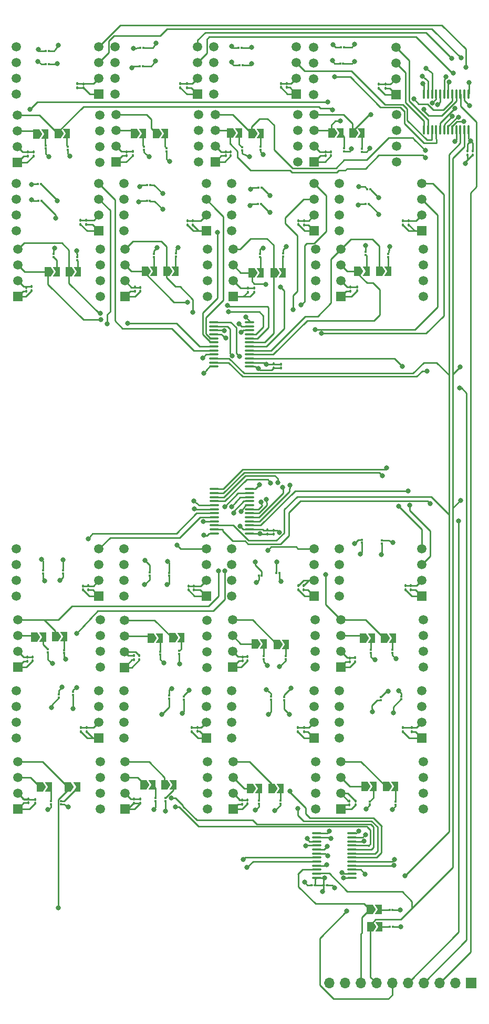
<source format=gbr>
%TF.GenerationSoftware,KiCad,Pcbnew,7.0.1*%
%TF.CreationDate,2024-07-12T18:32:00-07:00*%
%TF.ProjectId,air_foil_pcb,6169725f-666f-4696-9c5f-7063622e6b69,rev?*%
%TF.SameCoordinates,Original*%
%TF.FileFunction,Copper,L1,Top*%
%TF.FilePolarity,Positive*%
%FSLAX46Y46*%
G04 Gerber Fmt 4.6, Leading zero omitted, Abs format (unit mm)*
G04 Created by KiCad (PCBNEW 7.0.1) date 2024-07-12 18:32:00*
%MOMM*%
%LPD*%
G01*
G04 APERTURE LIST*
G04 Aperture macros list*
%AMRoundRect*
0 Rectangle with rounded corners*
0 $1 Rounding radius*
0 $2 $3 $4 $5 $6 $7 $8 $9 X,Y pos of 4 corners*
0 Add a 4 corners polygon primitive as box body*
4,1,4,$2,$3,$4,$5,$6,$7,$8,$9,$2,$3,0*
0 Add four circle primitives for the rounded corners*
1,1,$1+$1,$2,$3*
1,1,$1+$1,$4,$5*
1,1,$1+$1,$6,$7*
1,1,$1+$1,$8,$9*
0 Add four rect primitives between the rounded corners*
20,1,$1+$1,$2,$3,$4,$5,0*
20,1,$1+$1,$4,$5,$6,$7,0*
20,1,$1+$1,$6,$7,$8,$9,0*
20,1,$1+$1,$8,$9,$2,$3,0*%
%AMFreePoly0*
4,1,6,1.000000,0.000000,0.500000,-0.750000,-0.500000,-0.750000,-0.500000,0.750000,0.500000,0.750000,1.000000,0.000000,1.000000,0.000000,$1*%
%AMFreePoly1*
4,1,6,0.500000,-0.750000,-0.650000,-0.750000,-0.150000,0.000000,-0.650000,0.750000,0.500000,0.750000,0.500000,-0.750000,0.500000,-0.750000,$1*%
G04 Aperture macros list end*
%TA.AperFunction,ComponentPad*%
%ADD10R,1.500000X1.500000*%
%TD*%
%TA.AperFunction,ComponentPad*%
%ADD11C,1.500000*%
%TD*%
%TA.AperFunction,SMDPad,CuDef*%
%ADD12RoundRect,0.075000X-0.125000X-0.075000X0.125000X-0.075000X0.125000X0.075000X-0.125000X0.075000X0*%
%TD*%
%TA.AperFunction,SMDPad,CuDef*%
%ADD13RoundRect,0.075000X0.075000X-0.125000X0.075000X0.125000X-0.075000X0.125000X-0.075000X-0.125000X0*%
%TD*%
%TA.AperFunction,SMDPad,CuDef*%
%ADD14RoundRect,0.075000X-0.075000X0.125000X-0.075000X-0.125000X0.075000X-0.125000X0.075000X0.125000X0*%
%TD*%
%TA.AperFunction,SMDPad,CuDef*%
%ADD15RoundRect,0.075000X0.125000X0.075000X-0.125000X0.075000X-0.125000X-0.075000X0.125000X-0.075000X0*%
%TD*%
%TA.AperFunction,SMDPad,CuDef*%
%ADD16FreePoly0,0.000000*%
%TD*%
%TA.AperFunction,SMDPad,CuDef*%
%ADD17FreePoly1,0.000000*%
%TD*%
%TA.AperFunction,SMDPad,CuDef*%
%ADD18RoundRect,0.100000X-0.100000X0.130000X-0.100000X-0.130000X0.100000X-0.130000X0.100000X0.130000X0*%
%TD*%
%TA.AperFunction,SMDPad,CuDef*%
%ADD19RoundRect,0.100000X0.100000X-0.130000X0.100000X0.130000X-0.100000X0.130000X-0.100000X-0.130000X0*%
%TD*%
%TA.AperFunction,SMDPad,CuDef*%
%ADD20RoundRect,0.100000X0.130000X0.100000X-0.130000X0.100000X-0.130000X-0.100000X0.130000X-0.100000X0*%
%TD*%
%TA.AperFunction,SMDPad,CuDef*%
%ADD21RoundRect,0.100000X-0.130000X-0.100000X0.130000X-0.100000X0.130000X0.100000X-0.130000X0.100000X0*%
%TD*%
%TA.AperFunction,ComponentPad*%
%ADD22O,1.700000X1.700000*%
%TD*%
%TA.AperFunction,ComponentPad*%
%ADD23R,1.700000X1.700000*%
%TD*%
%TA.AperFunction,SMDPad,CuDef*%
%ADD24RoundRect,0.100000X0.637500X0.100000X-0.637500X0.100000X-0.637500X-0.100000X0.637500X-0.100000X0*%
%TD*%
%TA.AperFunction,SMDPad,CuDef*%
%ADD25RoundRect,0.100000X-0.100000X0.637500X-0.100000X-0.637500X0.100000X-0.637500X0.100000X0.637500X0*%
%TD*%
%TA.AperFunction,ViaPad*%
%ADD26C,0.800000*%
%TD*%
%TA.AperFunction,Conductor*%
%ADD27C,0.250000*%
%TD*%
G04 APERTURE END LIST*
D10*
%TO.P,U36,1,GND*%
%TO.N,GND*%
X83328600Y-42709600D03*
D11*
%TO.P,U36,2,VIN*%
%TO.N,+3V3*%
X83328600Y-40169600D03*
%TO.P,U36,3,SDA*%
%TO.N,/D34*%
X83328600Y-37629600D03*
%TO.P,U36,4,SCL*%
%TO.N,/C34*%
X83328600Y-35089600D03*
%TO.P,U36,5,NC*%
%TO.N,unconnected-(U36-NC-Pad5)*%
X70028600Y-35089600D03*
%TO.P,U36,6,NC*%
%TO.N,unconnected-(U36-NC-Pad6)*%
X70028600Y-37629600D03*
%TO.P,U36,7,NC*%
%TO.N,unconnected-(U36-NC-Pad7)*%
X70028600Y-40169600D03*
%TO.P,U36,8,NC*%
%TO.N,unconnected-(U36-NC-Pad8)*%
X70028600Y-42709600D03*
%TD*%
D10*
%TO.P,U35,1,GND*%
%TO.N,GND*%
X35449600Y-42633400D03*
D11*
%TO.P,U35,2,VIN*%
%TO.N,+3V3*%
X35449600Y-40093400D03*
%TO.P,U35,3,SDA*%
%TO.N,/D37*%
X35449600Y-37553400D03*
%TO.P,U35,4,SCL*%
%TO.N,/C37*%
X35449600Y-35013400D03*
%TO.P,U35,5,NC*%
%TO.N,unconnected-(U35-NC-Pad5)*%
X22149600Y-35013400D03*
%TO.P,U35,6,NC*%
%TO.N,unconnected-(U35-NC-Pad6)*%
X22149600Y-37553400D03*
%TO.P,U35,7,NC*%
%TO.N,unconnected-(U35-NC-Pad7)*%
X22149600Y-40093400D03*
%TO.P,U35,8,NC*%
%TO.N,unconnected-(U35-NC-Pad8)*%
X22149600Y-42633400D03*
%TD*%
%TO.P,U34,8,NC*%
%TO.N,unconnected-(U34-NC-Pad8)*%
X38075400Y-42645600D03*
%TO.P,U34,7,NC*%
%TO.N,unconnected-(U34-NC-Pad7)*%
X38075400Y-40105600D03*
%TO.P,U34,6,NC*%
%TO.N,unconnected-(U34-NC-Pad6)*%
X38075400Y-37565600D03*
%TO.P,U34,5,NC*%
%TO.N,unconnected-(U34-NC-Pad5)*%
X38075400Y-35025600D03*
%TO.P,U34,4,SCL*%
%TO.N,/C36*%
X51375400Y-35025600D03*
%TO.P,U34,3,SDA*%
%TO.N,/D36*%
X51375400Y-37565600D03*
%TO.P,U34,2,VIN*%
%TO.N,+3V3*%
X51375400Y-40105600D03*
D10*
%TO.P,U34,1,GND*%
%TO.N,GND*%
X51375400Y-42645600D03*
%TD*%
%TO.P,U33,1,GND*%
%TO.N,GND*%
X67302000Y-42645600D03*
D11*
%TO.P,U33,2,VIN*%
%TO.N,+3V3*%
X67302000Y-40105600D03*
%TO.P,U33,3,SDA*%
%TO.N,/D35*%
X67302000Y-37565600D03*
%TO.P,U33,4,SCL*%
%TO.N,/C35*%
X67302000Y-35025600D03*
%TO.P,U33,5,NC*%
%TO.N,unconnected-(U33-NC-Pad5)*%
X54002000Y-35025600D03*
%TO.P,U33,6,NC*%
%TO.N,unconnected-(U33-NC-Pad6)*%
X54002000Y-37565600D03*
%TO.P,U33,7,NC*%
%TO.N,unconnected-(U33-NC-Pad7)*%
X54002000Y-40105600D03*
%TO.P,U33,8,NC*%
%TO.N,unconnected-(U33-NC-Pad8)*%
X54002000Y-42645600D03*
%TD*%
D10*
%TO.P,U31,1,GND*%
%TO.N,GND*%
X38236600Y-53603350D03*
D11*
%TO.P,U31,2,VIN*%
%TO.N,+3V3*%
X38236600Y-51063350D03*
%TO.P,U31,3,SDA*%
%TO.N,/D32*%
X38236600Y-48523350D03*
%TO.P,U31,4,SCL*%
%TO.N,/C32*%
X38236600Y-45983350D03*
%TO.P,U31,5,NC*%
%TO.N,unconnected-(U31-NC-Pad5)*%
X51536600Y-45983350D03*
%TO.P,U31,6,NC*%
%TO.N,unconnected-(U31-NC-Pad6)*%
X51536600Y-48523350D03*
%TO.P,U31,7,NC*%
%TO.N,unconnected-(U31-NC-Pad7)*%
X51536600Y-51063350D03*
%TO.P,U31,8,NC*%
%TO.N,unconnected-(U31-NC-Pad8)*%
X51536600Y-53603350D03*
%TD*%
D10*
%TO.P,U30,1,GND*%
%TO.N,GND*%
X54203600Y-53543200D03*
D11*
%TO.P,U30,2,VIN*%
%TO.N,+3V3*%
X54203600Y-51003200D03*
%TO.P,U30,3,SDA*%
%TO.N,/D31*%
X54203600Y-48463200D03*
%TO.P,U30,4,SCL*%
%TO.N,/C31*%
X54203600Y-45923200D03*
%TO.P,U30,5,NC*%
%TO.N,unconnected-(U30-NC-Pad5)*%
X67503600Y-45923200D03*
%TO.P,U30,6,NC*%
%TO.N,unconnected-(U30-NC-Pad6)*%
X67503600Y-48463200D03*
%TO.P,U30,7,NC*%
%TO.N,unconnected-(U30-NC-Pad7)*%
X67503600Y-51003200D03*
%TO.P,U30,8,NC*%
%TO.N,unconnected-(U30-NC-Pad8)*%
X67503600Y-53543200D03*
%TD*%
D10*
%TO.P,U29,1,GND*%
%TO.N,GND*%
X70184200Y-53533350D03*
D11*
%TO.P,U29,2,VIN*%
%TO.N,+3V3*%
X70184200Y-50993350D03*
%TO.P,U29,3,SDA*%
%TO.N,/D30*%
X70184200Y-48453350D03*
%TO.P,U29,4,SCL*%
%TO.N,/C30*%
X70184200Y-45913350D03*
%TO.P,U29,5,NC*%
%TO.N,unconnected-(U29-NC-Pad5)*%
X83484200Y-45913350D03*
%TO.P,U29,6,NC*%
%TO.N,unconnected-(U29-NC-Pad6)*%
X83484200Y-48453350D03*
%TO.P,U29,7,NC*%
%TO.N,unconnected-(U29-NC-Pad7)*%
X83484200Y-50993350D03*
%TO.P,U29,8,NC*%
%TO.N,unconnected-(U29-NC-Pad8)*%
X83484200Y-53533350D03*
%TD*%
D10*
%TO.P,U28,1,GND*%
%TO.N,GND*%
X22326600Y-53670200D03*
D11*
%TO.P,U28,2,VIN*%
%TO.N,+3V3*%
X22326600Y-51130200D03*
%TO.P,U28,3,SDA*%
%TO.N,/D33*%
X22326600Y-48590200D03*
%TO.P,U28,4,SCL*%
%TO.N,/C33*%
X22326600Y-46050200D03*
%TO.P,U28,5,NC*%
%TO.N,unconnected-(U28-NC-Pad5)*%
X35626600Y-46050200D03*
%TO.P,U28,6,NC*%
%TO.N,unconnected-(U28-NC-Pad6)*%
X35626600Y-48590200D03*
%TO.P,U28,7,NC*%
%TO.N,unconnected-(U28-NC-Pad7)*%
X35626600Y-51130200D03*
%TO.P,U28,8,NC*%
%TO.N,unconnected-(U28-NC-Pad8)*%
X35626600Y-53670200D03*
%TD*%
D10*
%TO.P,U27,1,GND*%
%TO.N,GND*%
X87540600Y-64686800D03*
D11*
%TO.P,U27,2,VIN*%
%TO.N,+3V3*%
X87540600Y-62146800D03*
%TO.P,U27,3,SDA*%
%TO.N,/D24*%
X87540600Y-59606800D03*
%TO.P,U27,4,SCL*%
%TO.N,/C24*%
X87540600Y-57066800D03*
%TO.P,U27,5,NC*%
%TO.N,unconnected-(U27-NC-Pad5)*%
X74240600Y-57066800D03*
%TO.P,U27,6,NC*%
%TO.N,unconnected-(U27-NC-Pad6)*%
X74240600Y-59606800D03*
%TO.P,U27,7,NC*%
%TO.N,unconnected-(U27-NC-Pad7)*%
X74240600Y-62146800D03*
%TO.P,U27,8,NC*%
%TO.N,unconnected-(U27-NC-Pad8)*%
X74240600Y-64686800D03*
%TD*%
%TO.P,U26,8,NC*%
%TO.N,unconnected-(U26-NC-Pad8)*%
X22177400Y-64686800D03*
%TO.P,U26,7,NC*%
%TO.N,unconnected-(U26-NC-Pad7)*%
X22177400Y-62146800D03*
%TO.P,U26,6,NC*%
%TO.N,unconnected-(U26-NC-Pad6)*%
X22177400Y-59606800D03*
%TO.P,U26,5,NC*%
%TO.N,unconnected-(U26-NC-Pad5)*%
X22177400Y-57066800D03*
%TO.P,U26,4,SCL*%
%TO.N,/C27*%
X35477400Y-57066800D03*
%TO.P,U26,3,SDA*%
%TO.N,/D27*%
X35477400Y-59606800D03*
%TO.P,U26,2,VIN*%
%TO.N,+3V3*%
X35477400Y-62146800D03*
D10*
%TO.P,U26,1,GND*%
%TO.N,GND*%
X35477400Y-64686800D03*
%TD*%
D11*
%TO.P,U25,8,NC*%
%TO.N,unconnected-(U25-NC-Pad8)*%
X39469200Y-64680600D03*
%TO.P,U25,7,NC*%
%TO.N,unconnected-(U25-NC-Pad7)*%
X39469200Y-62140600D03*
%TO.P,U25,6,NC*%
%TO.N,unconnected-(U25-NC-Pad6)*%
X39469200Y-59600600D03*
%TO.P,U25,5,NC*%
%TO.N,unconnected-(U25-NC-Pad5)*%
X39469200Y-57060600D03*
%TO.P,U25,4,SCL*%
%TO.N,/C26*%
X52769200Y-57060600D03*
%TO.P,U25,3,SDA*%
%TO.N,/D26*%
X52769200Y-59600600D03*
%TO.P,U25,2,VIN*%
%TO.N,+3V3*%
X52769200Y-62140600D03*
D10*
%TO.P,U25,1,GND*%
%TO.N,GND*%
X52769200Y-64680600D03*
%TD*%
%TO.P,U24,1,GND*%
%TO.N,GND*%
X70186200Y-64686800D03*
D11*
%TO.P,U24,2,VIN*%
%TO.N,+3V3*%
X70186200Y-62146800D03*
%TO.P,U24,3,SDA*%
%TO.N,/D25*%
X70186200Y-59606800D03*
%TO.P,U24,4,SCL*%
%TO.N,/C25*%
X70186200Y-57066800D03*
%TO.P,U24,5,NC*%
%TO.N,unconnected-(U24-NC-Pad5)*%
X56886200Y-57066800D03*
%TO.P,U24,6,NC*%
%TO.N,unconnected-(U24-NC-Pad6)*%
X56886200Y-59606800D03*
%TO.P,U24,7,NC*%
%TO.N,unconnected-(U24-NC-Pad7)*%
X56886200Y-62146800D03*
%TO.P,U24,8,NC*%
%TO.N,unconnected-(U24-NC-Pad8)*%
X56886200Y-64686800D03*
%TD*%
D10*
%TO.P,U22,1,GND*%
%TO.N,GND*%
X39669200Y-75253200D03*
D11*
%TO.P,U22,2,VIN*%
%TO.N,+3V3*%
X39669200Y-72713200D03*
%TO.P,U22,3,SDA*%
%TO.N,/D22*%
X39669200Y-70173200D03*
%TO.P,U22,4,SCL*%
%TO.N,/C22*%
X39669200Y-67633200D03*
%TO.P,U22,5,NC*%
%TO.N,unconnected-(U22-NC-Pad5)*%
X52969200Y-67633200D03*
%TO.P,U22,6,NC*%
%TO.N,unconnected-(U22-NC-Pad6)*%
X52969200Y-70173200D03*
%TO.P,U22,7,NC*%
%TO.N,unconnected-(U22-NC-Pad7)*%
X52969200Y-72713200D03*
%TO.P,U22,8,NC*%
%TO.N,unconnected-(U22-NC-Pad8)*%
X52969200Y-75253200D03*
%TD*%
D10*
%TO.P,U21,1,GND*%
%TO.N,GND*%
X57086200Y-75253200D03*
D11*
%TO.P,U21,2,VIN*%
%TO.N,+3V3*%
X57086200Y-72713200D03*
%TO.P,U21,3,SDA*%
%TO.N,/D21*%
X57086200Y-70173200D03*
%TO.P,U21,4,SCL*%
%TO.N,/C21*%
X57086200Y-67633200D03*
%TO.P,U21,5,NC*%
%TO.N,unconnected-(U21-NC-Pad5)*%
X70386200Y-67633200D03*
%TO.P,U21,6,NC*%
%TO.N,unconnected-(U21-NC-Pad6)*%
X70386200Y-70173200D03*
%TO.P,U21,7,NC*%
%TO.N,unconnected-(U21-NC-Pad7)*%
X70386200Y-72713200D03*
%TO.P,U21,8,NC*%
%TO.N,unconnected-(U21-NC-Pad8)*%
X70386200Y-75253200D03*
%TD*%
D10*
%TO.P,U20,1,GND*%
%TO.N,GND*%
X74440600Y-75253200D03*
D11*
%TO.P,U20,2,VIN*%
%TO.N,+3V3*%
X74440600Y-72713200D03*
%TO.P,U20,3,SDA*%
%TO.N,/D20*%
X74440600Y-70173200D03*
%TO.P,U20,4,SCL*%
%TO.N,/C20*%
X74440600Y-67633200D03*
%TO.P,U20,5,NC*%
%TO.N,unconnected-(U20-NC-Pad5)*%
X87740600Y-67633200D03*
%TO.P,U20,6,NC*%
%TO.N,unconnected-(U20-NC-Pad6)*%
X87740600Y-70173200D03*
%TO.P,U20,7,NC*%
%TO.N,unconnected-(U20-NC-Pad7)*%
X87740600Y-72713200D03*
%TO.P,U20,8,NC*%
%TO.N,unconnected-(U20-NC-Pad8)*%
X87740600Y-75253200D03*
%TD*%
D10*
%TO.P,U19,1,GND*%
%TO.N,GND*%
X22377400Y-75253200D03*
D11*
%TO.P,U19,2,VIN*%
%TO.N,+3V3*%
X22377400Y-72713200D03*
%TO.P,U19,3,SDA*%
%TO.N,/D23*%
X22377400Y-70173200D03*
%TO.P,U19,4,SCL*%
%TO.N,/C23*%
X22377400Y-67633200D03*
%TO.P,U19,5,NC*%
%TO.N,unconnected-(U19-NC-Pad5)*%
X35677400Y-67633200D03*
%TO.P,U19,6,NC*%
%TO.N,unconnected-(U19-NC-Pad6)*%
X35677400Y-70173200D03*
%TO.P,U19,7,NC*%
%TO.N,unconnected-(U19-NC-Pad7)*%
X35677400Y-72713200D03*
%TO.P,U19,8,NC*%
%TO.N,unconnected-(U19-NC-Pad8)*%
X35677400Y-75253200D03*
%TD*%
D10*
%TO.P,U18,1,GND*%
%TO.N,GND*%
X87540600Y-123494800D03*
D11*
%TO.P,U18,2,VIN*%
%TO.N,+3V3*%
X87540600Y-120954800D03*
%TO.P,U18,3,SDA*%
%TO.N,/D14*%
X87540600Y-118414800D03*
%TO.P,U18,4,SCL*%
%TO.N,/C14*%
X87540600Y-115874800D03*
%TO.P,U18,5,NC*%
%TO.N,unconnected-(U18-NC-Pad5)*%
X74240600Y-115874800D03*
%TO.P,U18,6,NC*%
%TO.N,unconnected-(U18-NC-Pad6)*%
X74240600Y-118414800D03*
%TO.P,U18,7,NC*%
%TO.N,unconnected-(U18-NC-Pad7)*%
X74240600Y-120954800D03*
%TO.P,U18,8,NC*%
%TO.N,unconnected-(U18-NC-Pad8)*%
X74240600Y-123494800D03*
%TD*%
D10*
%TO.P,U17,1,GND*%
%TO.N,GND*%
X35477400Y-123494800D03*
D11*
%TO.P,U17,2,VIN*%
%TO.N,+3V3*%
X35477400Y-120954800D03*
%TO.P,U17,3,SDA*%
%TO.N,/D17*%
X35477400Y-118414800D03*
%TO.P,U17,4,SCL*%
%TO.N,/C17*%
X35477400Y-115874800D03*
%TO.P,U17,5,NC*%
%TO.N,unconnected-(U17-NC-Pad5)*%
X22177400Y-115874800D03*
%TO.P,U17,6,NC*%
%TO.N,unconnected-(U17-NC-Pad6)*%
X22177400Y-118414800D03*
%TO.P,U17,7,NC*%
%TO.N,unconnected-(U17-NC-Pad7)*%
X22177400Y-120954800D03*
%TO.P,U17,8,NC*%
%TO.N,unconnected-(U17-NC-Pad8)*%
X22177400Y-123494800D03*
%TD*%
%TO.P,U16,8,NC*%
%TO.N,unconnected-(U16-NC-Pad8)*%
X39469200Y-123494800D03*
%TO.P,U16,7,NC*%
%TO.N,unconnected-(U16-NC-Pad7)*%
X39469200Y-120954800D03*
%TO.P,U16,6,NC*%
%TO.N,unconnected-(U16-NC-Pad6)*%
X39469200Y-118414800D03*
%TO.P,U16,5,NC*%
%TO.N,unconnected-(U16-NC-Pad5)*%
X39469200Y-115874800D03*
%TO.P,U16,4,SCL*%
%TO.N,/C16*%
X52769200Y-115874800D03*
%TO.P,U16,3,SDA*%
%TO.N,/D16*%
X52769200Y-118414800D03*
%TO.P,U16,2,VIN*%
%TO.N,+3V3*%
X52769200Y-120954800D03*
D10*
%TO.P,U16,1,GND*%
%TO.N,GND*%
X52769200Y-123494800D03*
%TD*%
%TO.P,U15,1,GND*%
%TO.N,GND*%
X70186200Y-123494800D03*
D11*
%TO.P,U15,2,VIN*%
%TO.N,+3V3*%
X70186200Y-120954800D03*
%TO.P,U15,3,SDA*%
%TO.N,/D15*%
X70186200Y-118414800D03*
%TO.P,U15,4,SCL*%
%TO.N,/C15*%
X70186200Y-115874800D03*
%TO.P,U15,5,NC*%
%TO.N,unconnected-(U15-NC-Pad5)*%
X56886200Y-115874800D03*
%TO.P,U15,6,NC*%
%TO.N,unconnected-(U15-NC-Pad6)*%
X56886200Y-118414800D03*
%TO.P,U15,7,NC*%
%TO.N,unconnected-(U15-NC-Pad7)*%
X56886200Y-120954800D03*
%TO.P,U15,8,NC*%
%TO.N,unconnected-(U15-NC-Pad8)*%
X56886200Y-123494800D03*
%TD*%
D10*
%TO.P,U13,1,GND*%
%TO.N,GND*%
X39557400Y-134975600D03*
D11*
%TO.P,U13,2,VIN*%
%TO.N,+3V3*%
X39557400Y-132435600D03*
%TO.P,U13,3,SDA*%
%TO.N,/D12*%
X39557400Y-129895600D03*
%TO.P,U13,4,SCL*%
%TO.N,/C12*%
X39557400Y-127355600D03*
%TO.P,U13,5,NC*%
%TO.N,unconnected-(U13-NC-Pad5)*%
X52857400Y-127355600D03*
%TO.P,U13,6,NC*%
%TO.N,unconnected-(U13-NC-Pad6)*%
X52857400Y-129895600D03*
%TO.P,U13,7,NC*%
%TO.N,unconnected-(U13-NC-Pad7)*%
X52857400Y-132435600D03*
%TO.P,U13,8,NC*%
%TO.N,unconnected-(U13-NC-Pad8)*%
X52857400Y-134975600D03*
%TD*%
D10*
%TO.P,U12,1,GND*%
%TO.N,GND*%
X57001600Y-134965750D03*
D11*
%TO.P,U12,2,VIN*%
%TO.N,+3V3*%
X57001600Y-132425750D03*
%TO.P,U12,3,SDA*%
%TO.N,/D11*%
X57001600Y-129885750D03*
%TO.P,U12,4,SCL*%
%TO.N,/C11*%
X57001600Y-127345750D03*
%TO.P,U12,5,NC*%
%TO.N,unconnected-(U12-NC-Pad5)*%
X70301600Y-127345750D03*
%TO.P,U12,6,NC*%
%TO.N,unconnected-(U12-NC-Pad6)*%
X70301600Y-129885750D03*
%TO.P,U12,7,NC*%
%TO.N,unconnected-(U12-NC-Pad7)*%
X70301600Y-132425750D03*
%TO.P,U12,8,NC*%
%TO.N,unconnected-(U12-NC-Pad8)*%
X70301600Y-134965750D03*
%TD*%
%TO.P,U11,8,NC*%
%TO.N,unconnected-(U11-NC-Pad8)*%
X87740600Y-134924800D03*
%TO.P,U11,7,NC*%
%TO.N,unconnected-(U11-NC-Pad7)*%
X87740600Y-132384800D03*
%TO.P,U11,6,NC*%
%TO.N,unconnected-(U11-NC-Pad6)*%
X87740600Y-129844800D03*
%TO.P,U11,5,NC*%
%TO.N,unconnected-(U11-NC-Pad5)*%
X87740600Y-127304800D03*
%TO.P,U11,4,SCL*%
%TO.N,/C10*%
X74440600Y-127304800D03*
%TO.P,U11,3,SDA*%
%TO.N,/D10*%
X74440600Y-129844800D03*
%TO.P,U11,2,VIN*%
%TO.N,+3V3*%
X74440600Y-132384800D03*
D10*
%TO.P,U11,1,GND*%
%TO.N,GND*%
X74440600Y-134924800D03*
%TD*%
%TO.P,U10,1,GND*%
%TO.N,GND*%
X22377400Y-134924800D03*
D11*
%TO.P,U10,2,VIN*%
%TO.N,+3V3*%
X22377400Y-132384800D03*
%TO.P,U10,3,SDA*%
%TO.N,/D13*%
X22377400Y-129844800D03*
%TO.P,U10,4,SCL*%
%TO.N,/C13*%
X22377400Y-127304800D03*
%TO.P,U10,5,NC*%
%TO.N,unconnected-(U10-NC-Pad5)*%
X35677400Y-127304800D03*
%TO.P,U10,6,NC*%
%TO.N,unconnected-(U10-NC-Pad6)*%
X35677400Y-129844800D03*
%TO.P,U10,7,NC*%
%TO.N,unconnected-(U10-NC-Pad7)*%
X35677400Y-132384800D03*
%TO.P,U10,8,NC*%
%TO.N,unconnected-(U10-NC-Pad8)*%
X35677400Y-134924800D03*
%TD*%
D10*
%TO.P,U9,1,GND*%
%TO.N,GND*%
X35477400Y-146354800D03*
D11*
%TO.P,U9,2,VIN*%
%TO.N,+3V3*%
X35477400Y-143814800D03*
%TO.P,U9,3,SDA*%
%TO.N,/D07*%
X35477400Y-141274800D03*
%TO.P,U9,4,SCL*%
%TO.N,/C07*%
X35477400Y-138734800D03*
%TO.P,U9,5,NC*%
%TO.N,unconnected-(U9-NC-Pad5)*%
X22177400Y-138734800D03*
%TO.P,U9,6,NC*%
%TO.N,unconnected-(U9-NC-Pad6)*%
X22177400Y-141274800D03*
%TO.P,U9,7,NC*%
%TO.N,unconnected-(U9-NC-Pad7)*%
X22177400Y-143814800D03*
%TO.P,U9,8,NC*%
%TO.N,unconnected-(U9-NC-Pad8)*%
X22177400Y-146354800D03*
%TD*%
D10*
%TO.P,U8,1,GND*%
%TO.N,GND*%
X52769200Y-146354800D03*
D11*
%TO.P,U8,2,VIN*%
%TO.N,+3V3*%
X52769200Y-143814800D03*
%TO.P,U8,3,SDA*%
%TO.N,/D06*%
X52769200Y-141274800D03*
%TO.P,U8,4,SCL*%
%TO.N,/C06*%
X52769200Y-138734800D03*
%TO.P,U8,5,NC*%
%TO.N,unconnected-(U8-NC-Pad5)*%
X39469200Y-138734800D03*
%TO.P,U8,6,NC*%
%TO.N,unconnected-(U8-NC-Pad6)*%
X39469200Y-141274800D03*
%TO.P,U8,7,NC*%
%TO.N,unconnected-(U8-NC-Pad7)*%
X39469200Y-143814800D03*
%TO.P,U8,8,NC*%
%TO.N,unconnected-(U8-NC-Pad8)*%
X39469200Y-146354800D03*
%TD*%
D10*
%TO.P,U7,1,GND*%
%TO.N,GND*%
X70186200Y-146354800D03*
D11*
%TO.P,U7,2,VIN*%
%TO.N,+3V3*%
X70186200Y-143814800D03*
%TO.P,U7,3,SDA*%
%TO.N,/D05*%
X70186200Y-141274800D03*
%TO.P,U7,4,SCL*%
%TO.N,/C05*%
X70186200Y-138734800D03*
%TO.P,U7,5,NC*%
%TO.N,unconnected-(U7-NC-Pad5)*%
X56886200Y-138734800D03*
%TO.P,U7,6,NC*%
%TO.N,unconnected-(U7-NC-Pad6)*%
X56886200Y-141274800D03*
%TO.P,U7,7,NC*%
%TO.N,unconnected-(U7-NC-Pad7)*%
X56886200Y-143814800D03*
%TO.P,U7,8,NC*%
%TO.N,unconnected-(U7-NC-Pad8)*%
X56886200Y-146354800D03*
%TD*%
D10*
%TO.P,U6,1,GND*%
%TO.N,GND*%
X87540600Y-146354800D03*
D11*
%TO.P,U6,2,VIN*%
%TO.N,+3V3*%
X87540600Y-143814800D03*
%TO.P,U6,3,SDA*%
%TO.N,/D04*%
X87540600Y-141274800D03*
%TO.P,U6,4,SCL*%
%TO.N,/C04*%
X87540600Y-138734800D03*
%TO.P,U6,5,NC*%
%TO.N,unconnected-(U6-NC-Pad5)*%
X74240600Y-138734800D03*
%TO.P,U6,6,NC*%
%TO.N,unconnected-(U6-NC-Pad6)*%
X74240600Y-141274800D03*
%TO.P,U6,7,NC*%
%TO.N,unconnected-(U6-NC-Pad7)*%
X74240600Y-143814800D03*
%TO.P,U6,8,NC*%
%TO.N,unconnected-(U6-NC-Pad8)*%
X74240600Y-146354800D03*
%TD*%
D10*
%TO.P,U5,1,GND*%
%TO.N,GND*%
X22377400Y-157784800D03*
D11*
%TO.P,U5,2,VIN*%
%TO.N,+3V3*%
X22377400Y-155244800D03*
%TO.P,U5,3,SDA*%
%TO.N,/D03*%
X22377400Y-152704800D03*
%TO.P,U5,4,SCL*%
%TO.N,/C03*%
X22377400Y-150164800D03*
%TO.P,U5,5,NC*%
%TO.N,unconnected-(U5-NC-Pad5)*%
X35677400Y-150164800D03*
%TO.P,U5,6,NC*%
%TO.N,unconnected-(U5-NC-Pad6)*%
X35677400Y-152704800D03*
%TO.P,U5,7,NC*%
%TO.N,unconnected-(U5-NC-Pad7)*%
X35677400Y-155244800D03*
%TO.P,U5,8,NC*%
%TO.N,unconnected-(U5-NC-Pad8)*%
X35677400Y-157784800D03*
%TD*%
D10*
%TO.P,U4,1,GND*%
%TO.N,GND*%
X39669200Y-157784800D03*
D11*
%TO.P,U4,2,VIN*%
%TO.N,+3V3*%
X39669200Y-155244800D03*
%TO.P,U4,3,SDA*%
%TO.N,/D02*%
X39669200Y-152704800D03*
%TO.P,U4,4,SCL*%
%TO.N,/C02*%
X39669200Y-150164800D03*
%TO.P,U4,5,NC*%
%TO.N,unconnected-(U4-NC-Pad5)*%
X52969200Y-150164800D03*
%TO.P,U4,6,NC*%
%TO.N,unconnected-(U4-NC-Pad6)*%
X52969200Y-152704800D03*
%TO.P,U4,7,NC*%
%TO.N,unconnected-(U4-NC-Pad7)*%
X52969200Y-155244800D03*
%TO.P,U4,8,NC*%
%TO.N,unconnected-(U4-NC-Pad8)*%
X52969200Y-157784800D03*
%TD*%
D10*
%TO.P,U3,1,GND*%
%TO.N,GND*%
X57086200Y-157784800D03*
D11*
%TO.P,U3,2,VIN*%
%TO.N,+3V3*%
X57086200Y-155244800D03*
%TO.P,U3,3,SDA*%
%TO.N,/D01*%
X57086200Y-152704800D03*
%TO.P,U3,4,SCL*%
%TO.N,/C01*%
X57086200Y-150164800D03*
%TO.P,U3,5,NC*%
%TO.N,unconnected-(U3-NC-Pad5)*%
X70386200Y-150164800D03*
%TO.P,U3,6,NC*%
%TO.N,unconnected-(U3-NC-Pad6)*%
X70386200Y-152704800D03*
%TO.P,U3,7,NC*%
%TO.N,unconnected-(U3-NC-Pad7)*%
X70386200Y-155244800D03*
%TO.P,U3,8,NC*%
%TO.N,unconnected-(U3-NC-Pad8)*%
X70386200Y-157784800D03*
%TD*%
D10*
%TO.P,U2,1,GND*%
%TO.N,GND*%
X74440600Y-157784800D03*
D11*
%TO.P,U2,2,VIN*%
%TO.N,+3V3*%
X74440600Y-155244800D03*
%TO.P,U2,3,SDA*%
%TO.N,/D00*%
X74440600Y-152704800D03*
%TO.P,U2,4,SCL*%
%TO.N,/C00*%
X74440600Y-150164800D03*
%TO.P,U2,5,NC*%
%TO.N,unconnected-(U2-NC-Pad5)*%
X87740600Y-150164800D03*
%TO.P,U2,6,NC*%
%TO.N,unconnected-(U2-NC-Pad6)*%
X87740600Y-152704800D03*
%TO.P,U2,7,NC*%
%TO.N,unconnected-(U2-NC-Pad7)*%
X87740600Y-155244800D03*
%TO.P,U2,8,NC*%
%TO.N,unconnected-(U2-NC-Pad8)*%
X87740600Y-157784800D03*
%TD*%
D12*
%TO.P,R66,1*%
%TO.N,+3V3*%
X74451400Y-35077400D03*
%TO.P,R66,2*%
%TO.N,Net-(JP70-B)*%
X74951400Y-35077400D03*
%TD*%
%TO.P,R65,1*%
%TO.N,+3V3*%
X26881600Y-35687000D03*
%TO.P,R65,2*%
%TO.N,Net-(JP69-B)*%
X27381600Y-35687000D03*
%TD*%
%TO.P,R64,1*%
%TO.N,+3V3*%
X42168000Y-35229800D03*
%TO.P,R64,2*%
%TO.N,Net-(JP68-B)*%
X42668000Y-35229800D03*
%TD*%
%TO.P,R63,1*%
%TO.N,+3V3*%
X57971200Y-35229800D03*
%TO.P,R63,2*%
%TO.N,Net-(JP67-B)*%
X58471200Y-35229800D03*
%TD*%
%TO.P,R62,1*%
%TO.N,+3V3*%
X74349800Y-37769800D03*
%TO.P,R62,2*%
%TO.N,Net-(JP66-B)*%
X74849800Y-37769800D03*
%TD*%
%TO.P,R61,1*%
%TO.N,+3V3*%
X26906600Y-37820600D03*
%TO.P,R61,2*%
%TO.N,Net-(JP65-B)*%
X27406600Y-37820600D03*
%TD*%
%TO.P,R60,1*%
%TO.N,+3V3*%
X42045400Y-38125400D03*
%TO.P,R60,2*%
%TO.N,Net-(JP64-B)*%
X42545400Y-38125400D03*
%TD*%
%TO.P,R59,1*%
%TO.N,+3V3*%
X58170000Y-37947600D03*
%TO.P,R59,2*%
%TO.N,Net-(JP63-B)*%
X58670000Y-37947600D03*
%TD*%
D13*
%TO.P,R58,1*%
%TO.N,+3V3*%
X46384800Y-51837400D03*
%TO.P,R58,2*%
%TO.N,Net-(JP62-B)*%
X46384800Y-51337400D03*
%TD*%
%TO.P,R57,1*%
%TO.N,+3V3*%
X61544200Y-51608800D03*
%TO.P,R57,2*%
%TO.N,Net-(JP61-B)*%
X61544200Y-51108800D03*
%TD*%
%TO.P,R56,1*%
%TO.N,+3V3*%
X77876400Y-51939000D03*
%TO.P,R56,2*%
%TO.N,Net-(JP60-B)*%
X77876400Y-51439000D03*
%TD*%
%TO.P,R55,1*%
%TO.N,+3V3*%
X30480000Y-51608800D03*
%TO.P,R55,2*%
%TO.N,Net-(JP59-B)*%
X30480000Y-51108800D03*
%TD*%
%TO.P,R54,1*%
%TO.N,+3V3*%
X42748200Y-51604400D03*
%TO.P,R54,2*%
%TO.N,Net-(JP58-B)*%
X42748200Y-51104400D03*
%TD*%
%TO.P,R53,1*%
%TO.N,+3V3*%
X58521600Y-51685000D03*
%TO.P,R53,2*%
%TO.N,Net-(JP57-B)*%
X58521600Y-51185000D03*
%TD*%
%TO.P,R52,1*%
%TO.N,+3V3*%
X75006200Y-51833000D03*
%TO.P,R52,2*%
%TO.N,Net-(JP56-B)*%
X75006200Y-51333000D03*
%TD*%
%TO.P,R51,1*%
%TO.N,+3V3*%
X26873200Y-51405600D03*
%TO.P,R51,2*%
%TO.N,Net-(JP55-B)*%
X26873200Y-50905600D03*
%TD*%
D12*
%TO.P,R50,1*%
%TO.N,+3V3*%
X78739600Y-57937400D03*
%TO.P,R50,2*%
%TO.N,Net-(JP54-B)*%
X79239600Y-57937400D03*
%TD*%
%TO.P,R49,1*%
%TO.N,+3V3*%
X25585800Y-57124600D03*
%TO.P,R49,2*%
%TO.N,Net-(JP53-B)*%
X26085800Y-57124600D03*
%TD*%
%TO.P,R48,1*%
%TO.N,+3V3*%
X43213800Y-57277000D03*
%TO.P,R48,2*%
%TO.N,Net-(JP52-B)*%
X43713800Y-57277000D03*
%TD*%
%TO.P,R47,1*%
%TO.N,+3V3*%
X61197000Y-57708800D03*
%TO.P,R47,2*%
%TO.N,Net-(JP51-B)*%
X61697000Y-57708800D03*
%TD*%
%TO.P,R46,1*%
%TO.N,+3V3*%
X78469000Y-60299600D03*
%TO.P,R46,2*%
%TO.N,Net-(JP50-B)*%
X78969000Y-60299600D03*
%TD*%
%TO.P,R45,1*%
%TO.N,+3V3*%
X25734200Y-59867800D03*
%TO.P,R45,2*%
%TO.N,Net-(JP49-B)*%
X26234200Y-59867800D03*
%TD*%
%TO.P,R44,1*%
%TO.N,+3V3*%
X43188400Y-59867800D03*
%TO.P,R44,2*%
%TO.N,Net-(JP48-B)*%
X43688400Y-59867800D03*
%TD*%
%TO.P,R43,1*%
%TO.N,+3V3*%
X61120800Y-60325000D03*
%TO.P,R43,2*%
%TO.N,Net-(JP47-B)*%
X61620800Y-60325000D03*
%TD*%
D14*
%TO.P,R42,1*%
%TO.N,+3V3*%
X47853600Y-68326000D03*
%TO.P,R42,2*%
%TO.N,Net-(JP46-B)*%
X47853600Y-68826000D03*
%TD*%
%TO.P,R41,1*%
%TO.N,+3V3*%
X65176400Y-68304600D03*
%TO.P,R41,2*%
%TO.N,Net-(JP45-B)*%
X65176400Y-68804600D03*
%TD*%
%TO.P,R40,1*%
%TO.N,+3V3*%
X82067400Y-68355400D03*
%TO.P,R40,2*%
%TO.N,Net-(JP44-B)*%
X82067400Y-68855400D03*
%TD*%
%TO.P,R39,1*%
%TO.N,+3V3*%
X31957600Y-68888800D03*
%TO.P,R39,2*%
%TO.N,Net-(JP43-B)*%
X31957600Y-69388800D03*
%TD*%
%TO.P,R38,1*%
%TO.N,+3V3*%
X44348400Y-68355400D03*
%TO.P,R38,2*%
%TO.N,Net-(JP42-B)*%
X44348400Y-68855400D03*
%TD*%
%TO.P,R37,1*%
%TO.N,+3V3*%
X61468000Y-68355400D03*
%TO.P,R37,2*%
%TO.N,Net-(JP41-B)*%
X61468000Y-68855400D03*
%TD*%
%TO.P,R36,1*%
%TO.N,+3V3*%
X78460600Y-68025200D03*
%TO.P,R36,2*%
%TO.N,Net-(JP40-B)*%
X78460600Y-68525200D03*
%TD*%
%TO.P,R35,1*%
%TO.N,+3V3*%
X28117800Y-68359400D03*
%TO.P,R35,2*%
%TO.N,Net-(JP39-B)*%
X28117800Y-68859400D03*
%TD*%
%TO.P,R34,1*%
%TO.N,+3V3*%
X77825600Y-114405600D03*
%TO.P,R34,2*%
%TO.N,Net-(JP38-B)*%
X77825600Y-114905600D03*
%TD*%
D13*
%TO.P,R33,1*%
%TO.N,+3V3*%
X26441400Y-119884000D03*
%TO.P,R33,2*%
%TO.N,Net-(JP37-B)*%
X26441400Y-119384000D03*
%TD*%
%TO.P,R32,1*%
%TO.N,+3V3*%
X43641200Y-120163400D03*
%TO.P,R32,2*%
%TO.N,Net-(JP36-B)*%
X43641200Y-119663400D03*
%TD*%
D12*
%TO.P,R31,1*%
%TO.N,+3V3*%
X61222400Y-120192800D03*
%TO.P,R31,2*%
%TO.N,Net-(JP35-B)*%
X61722400Y-120192800D03*
%TD*%
D14*
%TO.P,R30,1*%
%TO.N,+3V3*%
X81102200Y-114502800D03*
%TO.P,R30,2*%
%TO.N,Net-(JP34-B)*%
X81102200Y-115002800D03*
%TD*%
D13*
%TO.P,R29,1*%
%TO.N,+3V3*%
X29667200Y-119837600D03*
%TO.P,R29,2*%
%TO.N,Net-(JP33-B)*%
X29667200Y-119337600D03*
%TD*%
%TO.P,R28,1*%
%TO.N,+3V3*%
X46761400Y-120235600D03*
%TO.P,R28,2*%
%TO.N,Net-(JP32-B)*%
X46761400Y-119735600D03*
%TD*%
D15*
%TO.P,R27,1*%
%TO.N,+3V3*%
X64588200Y-119811800D03*
%TO.P,R27,2*%
%TO.N,Net-(JP31-B)*%
X64088200Y-119811800D03*
%TD*%
D13*
%TO.P,R26,1*%
%TO.N,+3V3*%
X48412400Y-132838000D03*
%TO.P,R26,2*%
%TO.N,Net-(JP30-B)*%
X48412400Y-132338000D03*
%TD*%
%TO.P,R25,1*%
%TO.N,+3V3*%
X65582800Y-133676200D03*
%TO.P,R25,2*%
%TO.N,Net-(JP29-B)*%
X65582800Y-133176200D03*
%TD*%
%TO.P,R24,1*%
%TO.N,+3V3*%
X82727800Y-132609400D03*
%TO.P,R24,2*%
%TO.N,Net-(JP28-B)*%
X82727800Y-132109400D03*
%TD*%
%TO.P,R23,1*%
%TO.N,+3V3*%
X29845000Y-132681600D03*
%TO.P,R23,2*%
%TO.N,Net-(JP27-B)*%
X29845000Y-132181600D03*
%TD*%
%TO.P,R22,1*%
%TO.N,+3V3*%
X45339000Y-132939600D03*
%TO.P,R22,2*%
%TO.N,Net-(JP26-B)*%
X45339000Y-132439600D03*
%TD*%
%TO.P,R21,1*%
%TO.N,+3V3*%
X62026800Y-133650800D03*
%TO.P,R21,2*%
%TO.N,Net-(JP25-B)*%
X62026800Y-133150800D03*
%TD*%
%TO.P,R20,1*%
%TO.N,+3V3*%
X79324200Y-132660200D03*
%TO.P,R20,2*%
%TO.N,Net-(JP24-B)*%
X79324200Y-132160200D03*
%TD*%
%TO.P,R19,1*%
%TO.N,+3V3*%
X27207800Y-132584000D03*
%TO.P,R19,2*%
%TO.N,Net-(JP23-B)*%
X27207800Y-132084000D03*
%TD*%
D14*
%TO.P,R18,1*%
%TO.N,+3V3*%
X28981400Y-139369400D03*
%TO.P,R18,2*%
%TO.N,Net-(JP22-B)*%
X28981400Y-139869400D03*
%TD*%
%TO.P,R17,1*%
%TO.N,+3V3*%
X31318200Y-138912200D03*
%TO.P,R17,2*%
%TO.N,Net-(JP21-B)*%
X31318200Y-139412200D03*
%TD*%
%TO.P,R16,1*%
%TO.N,+3V3*%
X46761400Y-139471000D03*
%TO.P,R16,2*%
%TO.N,Net-(JP20-B)*%
X46761400Y-139971000D03*
%TD*%
%TO.P,R15,1*%
%TO.N,+3V3*%
X49123600Y-139653200D03*
%TO.P,R15,2*%
%TO.N,Net-(JP19-B)*%
X49123600Y-140153200D03*
%TD*%
%TO.P,R14,1*%
%TO.N,+3V3*%
X63195200Y-139682600D03*
%TO.P,R14,2*%
%TO.N,Net-(JP18-B)*%
X63195200Y-140182600D03*
%TD*%
%TO.P,R13,1*%
%TO.N,+3V3*%
X65303400Y-139733800D03*
%TO.P,R13,2*%
%TO.N,Net-(JP17-B)*%
X65303400Y-140233800D03*
%TD*%
%TO.P,R12,1*%
%TO.N,+3V3*%
X80873600Y-139750800D03*
%TO.P,R12,2*%
%TO.N,Net-(JP16-B)*%
X80873600Y-140250800D03*
%TD*%
%TO.P,R11,1*%
%TO.N,+3V3*%
X84226400Y-139632200D03*
%TO.P,R11,2*%
%TO.N,Net-(JP15-B)*%
X84226400Y-140132200D03*
%TD*%
D13*
%TO.P,R10,1*%
%TO.N,+3V3*%
X29362400Y-156989000D03*
%TO.P,R10,2*%
%TO.N,Net-(JP14-B)*%
X29362400Y-156489000D03*
%TD*%
%TO.P,R9,1*%
%TO.N,+3V3*%
X27712400Y-156989000D03*
%TO.P,R9,2*%
%TO.N,Net-(JP13-B)*%
X27712400Y-156489000D03*
%TD*%
%TO.P,R8,1*%
%TO.N,+3V3*%
X46228000Y-156506400D03*
%TO.P,R8,2*%
%TO.N,Net-(JP12-B)*%
X46228000Y-156006400D03*
%TD*%
%TO.P,R7,1*%
%TO.N,+3V3*%
X44578000Y-156506400D03*
%TO.P,R7,2*%
%TO.N,Net-(JP11-B)*%
X44578000Y-156006400D03*
%TD*%
%TO.P,R6,1*%
%TO.N,+3V3*%
X64693800Y-156912800D03*
%TO.P,R6,2*%
%TO.N,Net-(JP10-B)*%
X64693800Y-156412800D03*
%TD*%
%TO.P,R5,1*%
%TO.N,+3V3*%
X61239400Y-156938200D03*
%TO.P,R5,2*%
%TO.N,Net-(JP9-B)*%
X61239400Y-156438200D03*
%TD*%
%TO.P,R4,1*%
%TO.N,+3V3*%
X83261200Y-157116000D03*
%TO.P,R4,2*%
%TO.N,Net-(JP8-B)*%
X83261200Y-156616000D03*
%TD*%
%TO.P,R3,1*%
%TO.N,+3V3*%
X79100000Y-157069600D03*
%TO.P,R3,2*%
%TO.N,Net-(JP7-B)*%
X79100000Y-156569600D03*
%TD*%
D15*
%TO.P,R2,1*%
%TO.N,+3V3*%
X82825400Y-176758600D03*
%TO.P,R2,2*%
%TO.N,Net-(JP5-B)*%
X82325400Y-176758600D03*
%TD*%
%TO.P,R1,1*%
%TO.N,+3V3*%
X82804000Y-174015400D03*
%TO.P,R1,2*%
%TO.N,Net-(JP6-B)*%
X82304000Y-174015400D03*
%TD*%
D16*
%TO.P,JP62,1,A*%
%TO.N,/C32*%
X44653200Y-48971200D03*
D17*
%TO.P,JP62,2,B*%
%TO.N,Net-(JP62-B)*%
X46103200Y-48971200D03*
%TD*%
D16*
%TO.P,JP61,1,A*%
%TO.N,/C31*%
X60057200Y-48971200D03*
D17*
%TO.P,JP61,2,B*%
%TO.N,Net-(JP61-B)*%
X61507200Y-48971200D03*
%TD*%
D16*
%TO.P,JP60,1,A*%
%TO.N,/C30*%
X76350200Y-48920400D03*
D17*
%TO.P,JP60,2,B*%
%TO.N,Net-(JP60-B)*%
X77800200Y-48920400D03*
%TD*%
D16*
%TO.P,JP59,1,A*%
%TO.N,/C33*%
X28852200Y-49022000D03*
D17*
%TO.P,JP59,2,B*%
%TO.N,Net-(JP59-B)*%
X30302200Y-49022000D03*
%TD*%
D16*
%TO.P,JP58,1,A*%
%TO.N,/D32*%
X41097200Y-48971200D03*
D17*
%TO.P,JP58,2,B*%
%TO.N,Net-(JP58-B)*%
X42547200Y-48971200D03*
%TD*%
D16*
%TO.P,JP57,1,A*%
%TO.N,/D31*%
X56628200Y-48945800D03*
D17*
%TO.P,JP57,2,B*%
%TO.N,Net-(JP57-B)*%
X58078200Y-48945800D03*
%TD*%
D16*
%TO.P,JP56,1,A*%
%TO.N,/D30*%
X72946600Y-48920400D03*
D17*
%TO.P,JP56,2,B*%
%TO.N,Net-(JP56-B)*%
X74396600Y-48920400D03*
%TD*%
D16*
%TO.P,JP55,1,A*%
%TO.N,/D33*%
X25386200Y-49047400D03*
D17*
%TO.P,JP55,2,B*%
%TO.N,Net-(JP55-B)*%
X26836200Y-49047400D03*
%TD*%
D16*
%TO.P,JP46,1,A*%
%TO.N,/C22*%
X46380400Y-71196200D03*
D17*
%TO.P,JP46,2,B*%
%TO.N,Net-(JP46-B)*%
X47830400Y-71196200D03*
%TD*%
D16*
%TO.P,JP45,1,A*%
%TO.N,/C21*%
X63601600Y-71399400D03*
D17*
%TO.P,JP45,2,B*%
%TO.N,Net-(JP45-B)*%
X65051600Y-71399400D03*
%TD*%
D16*
%TO.P,JP44,1,A*%
%TO.N,/C20*%
X80645000Y-71170800D03*
D17*
%TO.P,JP44,2,B*%
%TO.N,Net-(JP44-B)*%
X82095000Y-71170800D03*
%TD*%
D16*
%TO.P,JP43,1,A*%
%TO.N,/C23*%
X30644000Y-71297800D03*
D17*
%TO.P,JP43,2,B*%
%TO.N,Net-(JP43-B)*%
X32094000Y-71297800D03*
%TD*%
D16*
%TO.P,JP42,1,A*%
%TO.N,/D22*%
X42861400Y-71196200D03*
D17*
%TO.P,JP42,2,B*%
%TO.N,Net-(JP42-B)*%
X44311400Y-71196200D03*
%TD*%
D16*
%TO.P,JP41,1,A*%
%TO.N,/D21*%
X60071000Y-71424800D03*
D17*
%TO.P,JP41,2,B*%
%TO.N,Net-(JP41-B)*%
X61521000Y-71424800D03*
%TD*%
D16*
%TO.P,JP40,1,A*%
%TO.N,/D20*%
X77137600Y-71196200D03*
D17*
%TO.P,JP40,2,B*%
%TO.N,Net-(JP40-B)*%
X78587600Y-71196200D03*
%TD*%
D16*
%TO.P,JP39,1,A*%
%TO.N,/D23*%
X27226600Y-71297800D03*
D17*
%TO.P,JP39,2,B*%
%TO.N,Net-(JP39-B)*%
X28676600Y-71297800D03*
%TD*%
%TO.P,JP30,2,B*%
%TO.N,Net-(JP30-B)*%
X48719400Y-130225800D03*
D16*
%TO.P,JP30,1,A*%
%TO.N,/C12*%
X47269400Y-130225800D03*
%TD*%
%TO.P,JP29,1,A*%
%TO.N,/C11*%
X64172000Y-131265800D03*
D17*
%TO.P,JP29,2,B*%
%TO.N,Net-(JP29-B)*%
X65622000Y-131265800D03*
%TD*%
D16*
%TO.P,JP28,1,A*%
%TO.N,/C10*%
X81432400Y-130251200D03*
D17*
%TO.P,JP28,2,B*%
%TO.N,Net-(JP28-B)*%
X82882400Y-130251200D03*
%TD*%
D16*
%TO.P,JP27,1,A*%
%TO.N,/C13*%
X28434200Y-130058600D03*
D17*
%TO.P,JP27,2,B*%
%TO.N,Net-(JP27-B)*%
X29884200Y-130058600D03*
%TD*%
%TO.P,JP26,2,B*%
%TO.N,Net-(JP26-B)*%
X45265000Y-130251200D03*
D16*
%TO.P,JP26,1,A*%
%TO.N,/D12*%
X43815000Y-130251200D03*
%TD*%
%TO.P,JP25,1,A*%
%TO.N,/D11*%
X60602200Y-131191000D03*
D17*
%TO.P,JP25,2,B*%
%TO.N,Net-(JP25-B)*%
X62052200Y-131191000D03*
%TD*%
D16*
%TO.P,JP24,1,A*%
%TO.N,/D10*%
X78001200Y-130276600D03*
D17*
%TO.P,JP24,2,B*%
%TO.N,Net-(JP24-B)*%
X79451200Y-130276600D03*
%TD*%
D16*
%TO.P,JP23,1,A*%
%TO.N,/D13*%
X24991400Y-130073400D03*
D17*
%TO.P,JP23,2,B*%
%TO.N,Net-(JP23-B)*%
X26441400Y-130073400D03*
%TD*%
D16*
%TO.P,JP14,1,A*%
%TO.N,/C03*%
X30480000Y-154254200D03*
D17*
%TO.P,JP14,2,B*%
%TO.N,Net-(JP14-B)*%
X31930000Y-154254200D03*
%TD*%
D16*
%TO.P,JP13,1,A*%
%TO.N,/D03*%
X25958800Y-154228800D03*
D17*
%TO.P,JP13,2,B*%
%TO.N,Net-(JP13-B)*%
X27408800Y-154228800D03*
%TD*%
%TO.P,JP12,2,B*%
%TO.N,Net-(JP12-B)*%
X47500200Y-153873200D03*
D16*
%TO.P,JP12,1,A*%
%TO.N,/C02*%
X46050200Y-153873200D03*
%TD*%
%TO.P,JP11,1,A*%
%TO.N,/D02*%
X42609600Y-153873200D03*
D17*
%TO.P,JP11,2,B*%
%TO.N,Net-(JP11-B)*%
X44059600Y-153873200D03*
%TD*%
D16*
%TO.P,JP10,1,A*%
%TO.N,/C01*%
X63283000Y-154457400D03*
D17*
%TO.P,JP10,2,B*%
%TO.N,Net-(JP10-B)*%
X64733000Y-154457400D03*
%TD*%
D16*
%TO.P,JP9,1,A*%
%TO.N,/D01*%
X59817000Y-154508200D03*
D17*
%TO.P,JP9,2,B*%
%TO.N,Net-(JP9-B)*%
X61267000Y-154508200D03*
%TD*%
D16*
%TO.P,JP8,1,A*%
%TO.N,/C00*%
X81735000Y-154178000D03*
D17*
%TO.P,JP8,2,B*%
%TO.N,Net-(JP8-B)*%
X83185000Y-154178000D03*
%TD*%
D16*
%TO.P,JP7,1,A*%
%TO.N,/D00*%
X78255200Y-154178000D03*
D17*
%TO.P,JP7,2,B*%
%TO.N,Net-(JP7-B)*%
X79705200Y-154178000D03*
%TD*%
D16*
%TO.P,JP6,1,A*%
%TO.N,/SCL*%
X79132600Y-173964600D03*
D17*
%TO.P,JP6,2,B*%
%TO.N,Net-(JP6-B)*%
X80582600Y-173964600D03*
%TD*%
D16*
%TO.P,JP5,1,A*%
%TO.N,/SDA*%
X79222600Y-176733200D03*
D17*
%TO.P,JP5,2,B*%
%TO.N,Net-(JP5-B)*%
X80672600Y-176733200D03*
%TD*%
D18*
%TO.P,C72,1*%
%TO.N,+3V3*%
X95732600Y-51815600D03*
%TO.P,C72,2*%
%TO.N,GND*%
X95732600Y-52455600D03*
%TD*%
%TO.P,C71,1*%
%TO.N,+3V3*%
X63601600Y-86105600D03*
%TO.P,C71,2*%
%TO.N,GND*%
X63601600Y-86745600D03*
%TD*%
D19*
%TO.P,C70,1*%
%TO.N,+3V3*%
X62611000Y-113513000D03*
%TO.P,C70,2*%
%TO.N,GND*%
X62611000Y-112873000D03*
%TD*%
D20*
%TO.P,C69,1*%
%TO.N,+3V3*%
X70347800Y-170027600D03*
%TO.P,C69,2*%
%TO.N,GND*%
X69707800Y-170027600D03*
%TD*%
D18*
%TO.P,C68,1*%
%TO.N,+3V3*%
X33020000Y-41005800D03*
%TO.P,C68,2*%
%TO.N,GND*%
X33020000Y-41645800D03*
%TD*%
%TO.P,C67,1*%
%TO.N,+3V3*%
X49631600Y-40970200D03*
%TO.P,C67,2*%
%TO.N,GND*%
X49631600Y-41610200D03*
%TD*%
%TO.P,C66,1*%
%TO.N,+3V3*%
X65709800Y-40929600D03*
%TO.P,C66,2*%
%TO.N,GND*%
X65709800Y-41569600D03*
%TD*%
%TO.P,C65,1*%
%TO.N,+3V3*%
X81686400Y-41046000D03*
%TO.P,C65,2*%
%TO.N,GND*%
X81686400Y-41686000D03*
%TD*%
%TO.P,C64,1*%
%TO.N,+3V3*%
X24028400Y-51993800D03*
%TO.P,C64,2*%
%TO.N,GND*%
X24028400Y-52633800D03*
%TD*%
%TO.P,C63,1*%
%TO.N,+3V3*%
X39954200Y-51927800D03*
%TO.P,C63,2*%
%TO.N,GND*%
X39954200Y-52567800D03*
%TD*%
%TO.P,C62,1*%
%TO.N,+3V3*%
X55905400Y-51942600D03*
%TO.P,C62,2*%
%TO.N,GND*%
X55905400Y-52582600D03*
%TD*%
%TO.P,C61,1*%
%TO.N,+3V3*%
X72034400Y-51917200D03*
%TO.P,C61,2*%
%TO.N,GND*%
X72034400Y-52557200D03*
%TD*%
%TO.P,C60,1*%
%TO.N,+3V3*%
X33418600Y-62991600D03*
%TO.P,C60,2*%
%TO.N,GND*%
X33418600Y-63631600D03*
%TD*%
%TO.P,C59,1*%
%TO.N,+3V3*%
X50596800Y-63089000D03*
%TO.P,C59,2*%
%TO.N,GND*%
X50596800Y-63729000D03*
%TD*%
%TO.P,C58,1*%
%TO.N,+3V3*%
X68503800Y-63053000D03*
%TO.P,C58,2*%
%TO.N,GND*%
X68503800Y-63693000D03*
%TD*%
%TO.P,C57,1*%
%TO.N,+3V3*%
X85420200Y-63078400D03*
%TO.P,C57,2*%
%TO.N,GND*%
X85420200Y-63718400D03*
%TD*%
%TO.P,C56,1*%
%TO.N,+3V3*%
X76022200Y-73741200D03*
%TO.P,C56,2*%
%TO.N,GND*%
X76022200Y-74381200D03*
%TD*%
%TO.P,C55,1*%
%TO.N,+3V3*%
X59486800Y-73884000D03*
%TO.P,C55,2*%
%TO.N,GND*%
X59486800Y-74524000D03*
%TD*%
%TO.P,C54,1*%
%TO.N,+3V3*%
X41270600Y-73746400D03*
%TO.P,C54,2*%
%TO.N,GND*%
X41270600Y-74386400D03*
%TD*%
%TO.P,C53,1*%
%TO.N,+3V3*%
X23749000Y-73761200D03*
%TO.P,C53,2*%
%TO.N,GND*%
X23749000Y-74401200D03*
%TD*%
%TO.P,C52,1*%
%TO.N,+3V3*%
X75890000Y-133461400D03*
%TO.P,C52,2*%
%TO.N,GND*%
X75890000Y-134101400D03*
%TD*%
%TO.P,C51,1*%
%TO.N,+3V3*%
X58597800Y-133284000D03*
%TO.P,C51,2*%
%TO.N,GND*%
X58597800Y-133924000D03*
%TD*%
%TO.P,C50,1*%
%TO.N,+3V3*%
X41148000Y-133095600D03*
%TO.P,C50,2*%
%TO.N,GND*%
X41148000Y-133735600D03*
%TD*%
%TO.P,C49,1*%
%TO.N,+3V3*%
X23926800Y-133319600D03*
%TO.P,C49,2*%
%TO.N,GND*%
X23926800Y-133959600D03*
%TD*%
%TO.P,C48,1*%
%TO.N,+3V3*%
X85725000Y-121843800D03*
%TO.P,C48,2*%
%TO.N,GND*%
X85725000Y-122483800D03*
%TD*%
%TO.P,C47,2*%
%TO.N,GND*%
X68447800Y-122487600D03*
%TO.P,C47,1*%
%TO.N,+3V3*%
X68447800Y-121847600D03*
%TD*%
%TO.P,C46,1*%
%TO.N,+3V3*%
X50774600Y-121868800D03*
%TO.P,C46,2*%
%TO.N,GND*%
X50774600Y-122508800D03*
%TD*%
%TO.P,C45,1*%
%TO.N,+3V3*%
X32890600Y-121853650D03*
%TO.P,C45,2*%
%TO.N,GND*%
X32890600Y-122493650D03*
%TD*%
%TO.P,C44,1*%
%TO.N,+3V3*%
X33477200Y-144678000D03*
%TO.P,C44,2*%
%TO.N,GND*%
X33477200Y-145318000D03*
%TD*%
%TO.P,C43,1*%
%TO.N,+3V3*%
X51358800Y-144652600D03*
%TO.P,C43,2*%
%TO.N,GND*%
X51358800Y-145292600D03*
%TD*%
%TO.P,C42,1*%
%TO.N,+3V3*%
X68554600Y-144678400D03*
%TO.P,C42,2*%
%TO.N,GND*%
X68554600Y-145318400D03*
%TD*%
%TO.P,C41,1*%
%TO.N,+3V3*%
X85877400Y-144673800D03*
%TO.P,C41,2*%
%TO.N,GND*%
X85877400Y-145313800D03*
%TD*%
%TO.P,C40,1*%
%TO.N,+3V3*%
X24079200Y-156154200D03*
%TO.P,C40,2*%
%TO.N,GND*%
X24079200Y-156794200D03*
%TD*%
%TO.P,C39,1*%
%TO.N,+3V3*%
X41122600Y-156184600D03*
%TO.P,C39,2*%
%TO.N,GND*%
X41122600Y-156824600D03*
%TD*%
%TO.P,C38,1*%
%TO.N,+3V3*%
X58572400Y-156347200D03*
%TO.P,C38,2*%
%TO.N,GND*%
X58572400Y-156987200D03*
%TD*%
%TO.P,C37,1*%
%TO.N,+3V3*%
X75844400Y-156489000D03*
%TO.P,C37,2*%
%TO.N,GND*%
X75844400Y-157129000D03*
%TD*%
%TO.P,C36,1*%
%TO.N,+3V3*%
X31927800Y-40965600D03*
%TO.P,C36,2*%
%TO.N,GND*%
X31927800Y-41605600D03*
%TD*%
%TO.P,C35,1*%
%TO.N,+3V3*%
X48590200Y-40965600D03*
%TO.P,C35,2*%
%TO.N,GND*%
X48590200Y-41605600D03*
%TD*%
%TO.P,C34,1*%
%TO.N,+3V3*%
X64795400Y-40940200D03*
%TO.P,C34,2*%
%TO.N,GND*%
X64795400Y-41580200D03*
%TD*%
%TO.P,C33,1*%
%TO.N,+3V3*%
X80543400Y-41031200D03*
%TO.P,C33,2*%
%TO.N,GND*%
X80543400Y-41671200D03*
%TD*%
%TO.P,C32,1*%
%TO.N,+3V3*%
X24942800Y-51963800D03*
%TO.P,C32,2*%
%TO.N,GND*%
X24942800Y-52603800D03*
%TD*%
%TO.P,C31,1*%
%TO.N,+3V3*%
X40919400Y-51902400D03*
%TO.P,C31,2*%
%TO.N,GND*%
X40919400Y-52542400D03*
%TD*%
%TO.P,C30,1*%
%TO.N,+3V3*%
X56718200Y-51942600D03*
%TO.P,C30,2*%
%TO.N,GND*%
X56718200Y-52582600D03*
%TD*%
%TO.P,C29,1*%
%TO.N,+3V3*%
X72872600Y-51917200D03*
%TO.P,C29,2*%
%TO.N,GND*%
X72872600Y-52557200D03*
%TD*%
%TO.P,C28,1*%
%TO.N,+3V3*%
X32512000Y-62987400D03*
%TO.P,C28,2*%
%TO.N,GND*%
X32512000Y-63627400D03*
%TD*%
%TO.P,C27,1*%
%TO.N,+3V3*%
X49707800Y-63089000D03*
%TO.P,C27,2*%
%TO.N,GND*%
X49707800Y-63729000D03*
%TD*%
%TO.P,C26,1*%
%TO.N,+3V3*%
X67614800Y-63042400D03*
%TO.P,C26,2*%
%TO.N,GND*%
X67614800Y-63682400D03*
%TD*%
%TO.P,C25,1*%
%TO.N,+3V3*%
X84455000Y-63073800D03*
%TO.P,C25,2*%
%TO.N,GND*%
X84455000Y-63713800D03*
%TD*%
%TO.P,C24,1*%
%TO.N,+3V3*%
X77089000Y-73710800D03*
%TO.P,C24,2*%
%TO.N,GND*%
X77089000Y-74350800D03*
%TD*%
%TO.P,C23,1*%
%TO.N,+3V3*%
X60530000Y-73909400D03*
%TO.P,C23,2*%
%TO.N,GND*%
X60530000Y-74549400D03*
%TD*%
%TO.P,C22,1*%
%TO.N,+3V3*%
X42113200Y-73771800D03*
%TO.P,C22,2*%
%TO.N,GND*%
X42113200Y-74411800D03*
%TD*%
%TO.P,C21,1*%
%TO.N,+3V3*%
X24638000Y-73655400D03*
%TO.P,C21,2*%
%TO.N,GND*%
X24638000Y-74295400D03*
%TD*%
%TO.P,C20,1*%
%TO.N,+3V3*%
X76733400Y-133446600D03*
%TO.P,C20,2*%
%TO.N,GND*%
X76733400Y-134086600D03*
%TD*%
%TO.P,C19,1*%
%TO.N,+3V3*%
X59441200Y-133269200D03*
%TO.P,C19,2*%
%TO.N,GND*%
X59441200Y-133909200D03*
%TD*%
%TO.P,C18,1*%
%TO.N,+3V3*%
X41991400Y-133080800D03*
%TO.P,C18,2*%
%TO.N,GND*%
X41991400Y-133720800D03*
%TD*%
%TO.P,C17,1*%
%TO.N,+3V3*%
X24770200Y-133304800D03*
%TO.P,C17,2*%
%TO.N,GND*%
X24770200Y-133944800D03*
%TD*%
%TO.P,C16,1*%
%TO.N,+3V3*%
X84886800Y-121829000D03*
%TO.P,C16,2*%
%TO.N,GND*%
X84886800Y-122469000D03*
%TD*%
%TO.P,C15,1*%
%TO.N,+3V3*%
X67589400Y-121843400D03*
%TO.P,C15,2*%
%TO.N,GND*%
X67589400Y-122483400D03*
%TD*%
%TO.P,C14,1*%
%TO.N,+3V3*%
X49890800Y-121879400D03*
%TO.P,C14,2*%
%TO.N,GND*%
X49890800Y-122519400D03*
%TD*%
%TO.P,C13,1*%
%TO.N,+3V3*%
X33756600Y-121843400D03*
%TO.P,C13,2*%
%TO.N,GND*%
X33756600Y-122483400D03*
%TD*%
%TO.P,C12,1*%
%TO.N,+3V3*%
X32562800Y-144688600D03*
%TO.P,C12,2*%
%TO.N,GND*%
X32562800Y-145328600D03*
%TD*%
%TO.P,C11,1*%
%TO.N,+3V3*%
X50419000Y-144678000D03*
%TO.P,C11,2*%
%TO.N,GND*%
X50419000Y-145318000D03*
%TD*%
%TO.P,C10,1*%
%TO.N,+3V3*%
X67538600Y-144678000D03*
%TO.P,C10,2*%
%TO.N,GND*%
X67538600Y-145318000D03*
%TD*%
%TO.P,C9,1*%
%TO.N,+3V3*%
X84480400Y-144678000D03*
%TO.P,C9,2*%
%TO.N,GND*%
X84480400Y-145318000D03*
%TD*%
%TO.P,C8,1*%
%TO.N,+3V3*%
X25171400Y-156245600D03*
%TO.P,C8,2*%
%TO.N,GND*%
X25171400Y-156885600D03*
%TD*%
%TO.P,C7,1*%
%TO.N,+3V3*%
X42164000Y-156184200D03*
%TO.P,C7,2*%
%TO.N,GND*%
X42164000Y-156824200D03*
%TD*%
%TO.P,C6,1*%
%TO.N,+3V3*%
X59385200Y-156321800D03*
%TO.P,C6,2*%
%TO.N,GND*%
X59385200Y-156961800D03*
%TD*%
%TO.P,C5,1*%
%TO.N,+3V3*%
X76835000Y-156489000D03*
%TO.P,C5,2*%
%TO.N,GND*%
X76835000Y-157129000D03*
%TD*%
%TO.P,C4,1*%
%TO.N,+3V3*%
X94894400Y-51800800D03*
%TO.P,C4,2*%
%TO.N,GND*%
X94894400Y-52440800D03*
%TD*%
%TO.P,C3,1*%
%TO.N,+3V3*%
X64820800Y-86131000D03*
%TO.P,C3,2*%
%TO.N,GND*%
X64820800Y-86771000D03*
%TD*%
D19*
%TO.P,C2,1*%
%TO.N,+3V3*%
X63601600Y-113538400D03*
%TO.P,C2,2*%
%TO.N,GND*%
X63601600Y-112898400D03*
%TD*%
D21*
%TO.P,C1,1*%
%TO.N,+3V3*%
X71653000Y-170103800D03*
%TO.P,C1,2*%
%TO.N,GND*%
X72293000Y-170103800D03*
%TD*%
D22*
%TO.P,J5,10,Pin_10*%
%TO.N,GND*%
X72567800Y-185826400D03*
%TO.P,J5,9,Pin_9*%
X75107800Y-185826400D03*
%TO.P,J5,8,Pin_8*%
%TO.N,/SCL*%
X77647800Y-185826400D03*
%TO.P,J5,7,Pin_7*%
%TO.N,/SDA*%
X80187800Y-185826400D03*
%TO.P,J5,6,Pin_6*%
%TO.N,/RES_0*%
X82727800Y-185826400D03*
%TO.P,J5,5,Pin_5*%
%TO.N,/RES_1*%
X85267800Y-185826400D03*
%TO.P,J5,4,Pin_4*%
%TO.N,/RES_2*%
X87807800Y-185826400D03*
%TO.P,J5,3,Pin_3*%
%TO.N,/RES_3*%
X90347800Y-185826400D03*
%TO.P,J5,2,Pin_2*%
%TO.N,+3V3*%
X92887800Y-185826400D03*
D23*
%TO.P,J5,1,Pin_1*%
X95427800Y-185826400D03*
%TD*%
D24*
%TO.P,U14,1,A0*%
%TO.N,+3V3*%
X59776200Y-113411000D03*
%TO.P,U14,2,A1*%
%TO.N,GND*%
X59776200Y-112761000D03*
%TO.P,U14,3,~{RESET}*%
%TO.N,/RES_1*%
X59776200Y-112111000D03*
%TO.P,U14,4,SD0*%
%TO.N,/D10*%
X59776200Y-111461000D03*
%TO.P,U14,5,SC0*%
%TO.N,/C10*%
X59776200Y-110811000D03*
%TO.P,U14,6,SD1*%
%TO.N,/D11*%
X59776200Y-110161000D03*
%TO.P,U14,7,SC1*%
%TO.N,/C11*%
X59776200Y-109511000D03*
%TO.P,U14,8,SD2*%
%TO.N,/D12*%
X59776200Y-108861000D03*
%TO.P,U14,9,SC2*%
%TO.N,/C12*%
X59776200Y-108211000D03*
%TO.P,U14,10,SD3*%
%TO.N,/D13*%
X59776200Y-107561000D03*
%TO.P,U14,11,SC3*%
%TO.N,/C13*%
X59776200Y-106911000D03*
%TO.P,U14,12,GND*%
%TO.N,GND*%
X59776200Y-106261000D03*
%TO.P,U14,13,SD4*%
%TO.N,/D14*%
X54051200Y-106261000D03*
%TO.P,U14,14,SC4*%
%TO.N,/C14*%
X54051200Y-106911000D03*
%TO.P,U14,15,SD5*%
%TO.N,/D15*%
X54051200Y-107561000D03*
%TO.P,U14,16,SC5*%
%TO.N,/C15*%
X54051200Y-108211000D03*
%TO.P,U14,17,SD6*%
%TO.N,/D16*%
X54051200Y-108861000D03*
%TO.P,U14,18,SC6*%
%TO.N,/C16*%
X54051200Y-109511000D03*
%TO.P,U14,19,SD7*%
%TO.N,/D17*%
X54051200Y-110161000D03*
%TO.P,U14,20,SC7*%
%TO.N,/C17*%
X54051200Y-110811000D03*
%TO.P,U14,21,A2*%
%TO.N,GND*%
X54051200Y-111461000D03*
%TO.P,U14,22,SCL*%
%TO.N,/SCL*%
X54051200Y-112111000D03*
%TO.P,U14,23,SDA*%
%TO.N,/SDA*%
X54051200Y-112761000D03*
%TO.P,U14,24,VCC*%
%TO.N,+3V3*%
X54051200Y-113411000D03*
%TD*%
%TO.P,U1,1,A0*%
%TO.N,GND*%
X76268500Y-168852800D03*
%TO.P,U1,2,A1*%
X76268500Y-168202800D03*
%TO.P,U1,3,~{RESET}*%
%TO.N,/RES_0*%
X76268500Y-167552800D03*
%TO.P,U1,4,SD0*%
%TO.N,/D00*%
X76268500Y-166902800D03*
%TO.P,U1,5,SC0*%
%TO.N,/C00*%
X76268500Y-166252800D03*
%TO.P,U1,6,SD1*%
%TO.N,/D01*%
X76268500Y-165602800D03*
%TO.P,U1,7,SC1*%
%TO.N,/C01*%
X76268500Y-164952800D03*
%TO.P,U1,8,SD2*%
%TO.N,/D02*%
X76268500Y-164302800D03*
%TO.P,U1,9,SC2*%
%TO.N,/C02*%
X76268500Y-163652800D03*
%TO.P,U1,10,SD3*%
%TO.N,/D03*%
X76268500Y-163002800D03*
%TO.P,U1,11,SC3*%
%TO.N,/C03*%
X76268500Y-162352800D03*
%TO.P,U1,12,GND*%
%TO.N,GND*%
X76268500Y-161702800D03*
%TO.P,U1,13,SD4*%
%TO.N,/D04*%
X70543500Y-161702800D03*
%TO.P,U1,14,SC4*%
%TO.N,/C04*%
X70543500Y-162352800D03*
%TO.P,U1,15,SD5*%
%TO.N,/D05*%
X70543500Y-163002800D03*
%TO.P,U1,16,SC5*%
%TO.N,/C05*%
X70543500Y-163652800D03*
%TO.P,U1,17,SD6*%
%TO.N,/D06*%
X70543500Y-164302800D03*
%TO.P,U1,18,SC6*%
%TO.N,/C06*%
X70543500Y-164952800D03*
%TO.P,U1,19,SD7*%
%TO.N,/D07*%
X70543500Y-165602800D03*
%TO.P,U1,20,SC7*%
%TO.N,/C07*%
X70543500Y-166252800D03*
%TO.P,U1,21,A2*%
%TO.N,GND*%
X70543500Y-166902800D03*
%TO.P,U1,22,SCL*%
%TO.N,/SCL*%
X70543500Y-167552800D03*
%TO.P,U1,23,SDA*%
%TO.N,/SDA*%
X70543500Y-168202800D03*
%TO.P,U1,24,VCC*%
%TO.N,+3V3*%
X70543500Y-168852800D03*
%TD*%
%TO.P,U23,1,A0*%
%TO.N,GND*%
X59740800Y-86527400D03*
%TO.P,U23,2,A1*%
%TO.N,+3V3*%
X59740800Y-85877400D03*
%TO.P,U23,3,~{RESET}*%
%TO.N,/RES_2*%
X59740800Y-85227400D03*
%TO.P,U23,4,SD0*%
%TO.N,/D20*%
X59740800Y-84577400D03*
%TO.P,U23,5,SC0*%
%TO.N,/C20*%
X59740800Y-83927400D03*
%TO.P,U23,6,SD1*%
%TO.N,/D21*%
X59740800Y-83277400D03*
%TO.P,U23,7,SC1*%
%TO.N,/C21*%
X59740800Y-82627400D03*
%TO.P,U23,8,SD2*%
%TO.N,/D22*%
X59740800Y-81977400D03*
%TO.P,U23,9,SC2*%
%TO.N,/C22*%
X59740800Y-81327400D03*
%TO.P,U23,10,SD3*%
%TO.N,/D23*%
X59740800Y-80677400D03*
%TO.P,U23,11,SC3*%
%TO.N,/C23*%
X59740800Y-80027400D03*
%TO.P,U23,12,GND*%
%TO.N,GND*%
X59740800Y-79377400D03*
%TO.P,U23,13,SD4*%
%TO.N,/D24*%
X54015800Y-79377400D03*
%TO.P,U23,14,SC4*%
%TO.N,/C24*%
X54015800Y-80027400D03*
%TO.P,U23,15,SD5*%
%TO.N,/D25*%
X54015800Y-80677400D03*
%TO.P,U23,16,SC5*%
%TO.N,/C25*%
X54015800Y-81327400D03*
%TO.P,U23,17,SD6*%
%TO.N,/D26*%
X54015800Y-81977400D03*
%TO.P,U23,18,SC6*%
%TO.N,/C26*%
X54015800Y-82627400D03*
%TO.P,U23,19,SD7*%
%TO.N,/D27*%
X54015800Y-83277400D03*
%TO.P,U23,20,SC7*%
%TO.N,/C27*%
X54015800Y-83927400D03*
%TO.P,U23,21,A2*%
%TO.N,GND*%
X54015800Y-84577400D03*
%TO.P,U23,22,SCL*%
%TO.N,/SCL*%
X54015800Y-85227400D03*
%TO.P,U23,23,SDA*%
%TO.N,/SDA*%
X54015800Y-85877400D03*
%TO.P,U23,24,VCC*%
%TO.N,+3V3*%
X54015800Y-86527400D03*
%TD*%
D25*
%TO.P,U32,1,A0*%
%TO.N,GND*%
X95021400Y-42646600D03*
%TO.P,U32,2,A1*%
X94371400Y-42646600D03*
%TO.P,U32,3,~{RESET}*%
%TO.N,/RES_3*%
X93721400Y-42646600D03*
%TO.P,U32,4,SD0*%
%TO.N,/D30*%
X93071400Y-42646600D03*
%TO.P,U32,5,SC0*%
%TO.N,/C30*%
X92421400Y-42646600D03*
%TO.P,U32,6,SD1*%
%TO.N,/D31*%
X91771400Y-42646600D03*
%TO.P,U32,7,SC1*%
%TO.N,/C31*%
X91121400Y-42646600D03*
%TO.P,U32,8,SD2*%
%TO.N,/D32*%
X90471400Y-42646600D03*
%TO.P,U32,9,SC2*%
%TO.N,/C32*%
X89821400Y-42646600D03*
%TO.P,U32,10,SD3*%
%TO.N,/D33*%
X89171400Y-42646600D03*
%TO.P,U32,11,SC3*%
%TO.N,/C33*%
X88521400Y-42646600D03*
%TO.P,U32,12,GND*%
%TO.N,GND*%
X87871400Y-42646600D03*
%TO.P,U32,13,SD4*%
%TO.N,/D34*%
X87871400Y-48371600D03*
%TO.P,U32,14,SC4*%
%TO.N,/C34*%
X88521400Y-48371600D03*
%TO.P,U32,15,SD5*%
%TO.N,/D35*%
X89171400Y-48371600D03*
%TO.P,U32,16,SC5*%
%TO.N,/C35*%
X89821400Y-48371600D03*
%TO.P,U32,17,SD6*%
%TO.N,/D36*%
X90471400Y-48371600D03*
%TO.P,U32,18,SC6*%
%TO.N,/C36*%
X91121400Y-48371600D03*
%TO.P,U32,19,SD7*%
%TO.N,/D37*%
X91771400Y-48371600D03*
%TO.P,U32,20,SC7*%
%TO.N,/C37*%
X92421400Y-48371600D03*
%TO.P,U32,21,A2*%
%TO.N,+3V3*%
X93071400Y-48371600D03*
%TO.P,U32,22,SCL*%
%TO.N,/SCL*%
X93721400Y-48371600D03*
%TO.P,U32,23,SDA*%
%TO.N,/SDA*%
X94371400Y-48371600D03*
%TO.P,U32,24,VCC*%
%TO.N,+3V3*%
X95021400Y-48371600D03*
%TD*%
D26*
%TO.N,GND*%
X94538800Y-53797200D03*
%TO.N,/D31*%
X88061800Y-52882800D03*
%TO.N,/C31*%
X88061800Y-51739800D03*
X91414600Y-39852600D03*
%TO.N,/D31*%
X91948000Y-40716200D03*
%TO.N,/C32*%
X89179400Y-44043600D03*
%TO.N,/D32*%
X90043000Y-44348400D03*
%TO.N,/D33*%
X24333200Y-45085000D03*
%TO.N,/C33*%
X73075800Y-45161200D03*
%TO.N,/D33*%
X72313800Y-43916600D03*
%TO.N,/C33*%
X87579200Y-39725600D03*
%TO.N,/D33*%
X88163400Y-38506400D03*
%TO.N,/C36*%
X92354400Y-36880800D03*
%TO.N,/D37*%
X93853000Y-36830000D03*
%TO.N,/C37*%
X94615000Y-38328600D03*
%TO.N,/D36*%
X92618900Y-39293800D03*
%TO.N,/C36*%
X92443300Y-46215300D03*
%TO.N,/D37*%
X93446600Y-46355000D03*
%TO.N,/C37*%
X94259400Y-47040800D03*
%TO.N,/D36*%
X92839911Y-44935511D03*
%TO.N,/C30*%
X79273400Y-45974000D03*
%TO.N,/D30*%
X74396600Y-46990000D03*
X87858600Y-45085000D03*
%TO.N,/C30*%
X86207600Y-43434000D03*
%TO.N,/C35*%
X73456800Y-39878000D03*
%TO.N,+3V3*%
X27432000Y-52755800D03*
X30810200Y-52654200D03*
X43535600Y-52755800D03*
X46837600Y-53517800D03*
X61950600Y-52400200D03*
X59740800Y-52755800D03*
X79146400Y-51358800D03*
X76200000Y-51460400D03*
X73202800Y-34671000D03*
X73075800Y-37185600D03*
%TO.N,Net-(JP66-B)*%
X76657200Y-37414200D03*
%TO.N,Net-(JP70-B)*%
X76708000Y-34594800D03*
%TO.N,Net-(JP67-B)*%
X60045600Y-35102800D03*
%TO.N,Net-(JP63-B)*%
X60045600Y-37693600D03*
%TO.N,+3V3*%
X56896000Y-37490400D03*
X56896000Y-34925000D03*
X40995600Y-35255200D03*
X40741600Y-38430200D03*
%TO.N,Net-(JP64-B)*%
X44551600Y-37287200D03*
%TO.N,Net-(JP68-B)*%
X44653200Y-34467800D03*
%TO.N,Net-(JP69-B)*%
X28930600Y-34798000D03*
%TO.N,Net-(JP65-B)*%
X28778200Y-37769800D03*
%TO.N,+3V3*%
X25628600Y-37388800D03*
X25704800Y-35483800D03*
%TO.N,Net-(JP49-B)*%
X28524200Y-62585600D03*
%TO.N,Net-(JP53-B)*%
X28726500Y-59867800D03*
%TO.N,Net-(JP48-B)*%
X45744500Y-61214000D03*
%TO.N,Net-(JP52-B)*%
X45746700Y-58648600D03*
%TO.N,Net-(JP47-B)*%
X63030300Y-61696600D03*
%TO.N,Net-(JP51-B)*%
X63055700Y-58953400D03*
%TO.N,Net-(JP50-B)*%
X80567900Y-62052200D03*
%TO.N,Net-(JP54-B)*%
X80567900Y-59283600D03*
%TO.N,/C16*%
X48056800Y-115265200D03*
%TO.N,Net-(JP36-B)*%
X42875200Y-117754400D03*
%TO.N,Net-(JP32-B)*%
X46558200Y-117881400D03*
%TO.N,/C10*%
X72009000Y-120040400D03*
%TO.N,/D10*%
X66294000Y-105638600D03*
%TO.N,/C10*%
X65100200Y-105943400D03*
%TO.N,Net-(JP34-B)*%
X81026000Y-116840000D03*
%TO.N,Net-(JP38-B)*%
X77571600Y-116763800D03*
%TO.N,Net-(JP35-B)*%
X60706000Y-117957600D03*
%TO.N,Net-(JP31-B)*%
X64109600Y-118033800D03*
%TO.N,Net-(JP33-B)*%
X29692600Y-117652800D03*
%TO.N,Net-(JP37-B)*%
X26187400Y-117602000D03*
%TO.N,GND*%
X87680800Y-40919400D03*
X95123000Y-40767000D03*
X95173800Y-44475400D03*
%TO.N,+3V3*%
X92811600Y-50266600D03*
X95402400Y-50190400D03*
%TO.N,/C23*%
X35712400Y-77927200D03*
%TO.N,/D23*%
X35788600Y-78968600D03*
%TO.N,/C23*%
X58039000Y-79603600D03*
%TO.N,/D23*%
X58394600Y-81000600D03*
%TO.N,/D22*%
X49784000Y-76149200D03*
%TO.N,/C22*%
X50596800Y-77774800D03*
X56311800Y-77698600D03*
%TO.N,/D22*%
X56159400Y-76708000D03*
%TO.N,/D27*%
X36830000Y-79603600D03*
X40081200Y-79527400D03*
%TO.N,/C26*%
X54610000Y-64922400D03*
%TO.N,/C25*%
X68072000Y-76631800D03*
%TO.N,/D25*%
X66725800Y-77368400D03*
%TO.N,/C25*%
X55905400Y-81889600D03*
%TO.N,/D25*%
X55651400Y-80772000D03*
%TO.N,/D21*%
X62357000Y-73329800D03*
X64693800Y-73736200D03*
%TO.N,/D24*%
X70332600Y-80543400D03*
%TO.N,/C24*%
X71323200Y-81203800D03*
X56972200Y-84810600D03*
%TO.N,/D24*%
X58089800Y-84912200D03*
%TO.N,+3V3*%
X77292200Y-60528200D03*
X77368400Y-57556400D03*
X59817000Y-60553600D03*
X59893200Y-57937400D03*
X41910000Y-60020200D03*
X42011600Y-57505600D03*
X24587200Y-59639200D03*
X24612600Y-57175400D03*
X28295600Y-67411600D03*
X31902400Y-67843400D03*
X48183800Y-67335400D03*
X44856400Y-67360800D03*
X82321400Y-67208400D03*
X78486000Y-67056000D03*
X65684400Y-67157600D03*
X61950600Y-67411600D03*
%TO.N,/D16*%
X50800000Y-108178600D03*
%TO.N,/C16*%
X50825400Y-109474000D03*
%TO.N,/D17*%
X33705800Y-114249200D03*
%TO.N,/D13*%
X31877000Y-129489200D03*
X55778400Y-119405400D03*
%TO.N,/C13*%
X54737000Y-119456200D03*
%TO.N,/D13*%
X56845200Y-109067600D03*
%TO.N,/C13*%
X55727600Y-109105700D03*
%TO.N,/D12*%
X58420000Y-109855000D03*
%TO.N,/C12*%
X57200800Y-110159800D03*
%TO.N,+3V3*%
X45974000Y-134264400D03*
X48463200Y-134391400D03*
X42824400Y-121666000D03*
X46482000Y-121640600D03*
X26746200Y-121081800D03*
X29159200Y-120954800D03*
X27990800Y-134366000D03*
X30099000Y-133680200D03*
%TO.N,/C11*%
X61569600Y-108356400D03*
%TO.N,/D11*%
X62433200Y-107924600D03*
%TO.N,+3V3*%
X64541400Y-134848600D03*
X62585600Y-134645400D03*
X64820800Y-121107200D03*
X60807600Y-121310400D03*
%TO.N,/C15*%
X62661800Y-116103400D03*
%TO.N,/D15*%
X64312800Y-105181400D03*
%TO.N,/C15*%
X63119000Y-105283000D03*
%TO.N,+3V3*%
X62458600Y-138582400D03*
X66395600Y-138353800D03*
%TO.N,GND*%
X58191400Y-112242600D03*
%TO.N,+3V3*%
X79933800Y-133781800D03*
X83337400Y-133604000D03*
X82854800Y-114833400D03*
X76631800Y-115036600D03*
%TO.N,/C14*%
X83781900Y-109029500D03*
%TO.N,/D14*%
X85547200Y-108889800D03*
X81838800Y-102870000D03*
%TO.N,/C14*%
X81153000Y-104089200D03*
%TO.N,GND*%
X52171600Y-85115400D03*
%TO.N,+3V3*%
X52400200Y-87579200D03*
%TO.N,GND*%
X61188600Y-86842600D03*
%TO.N,+3V3*%
X62433200Y-86182200D03*
%TO.N,GND*%
X59105800Y-78562200D03*
%TO.N,/RES_2*%
X84378800Y-86537800D03*
X93624400Y-89992200D03*
%TO.N,/SDA*%
X88315800Y-87223600D03*
X93726000Y-86614000D03*
%TO.N,/RES_1*%
X85267800Y-106527600D03*
X93421200Y-111379000D03*
%TO.N,/SDA*%
X88900000Y-108610400D03*
X93776800Y-108102400D03*
%TO.N,/SCL*%
X84785200Y-168554400D03*
%TO.N,/RES_0*%
X78384400Y-168249600D03*
X75438000Y-174244000D03*
%TO.N,+3V3*%
X61442600Y-113411000D03*
%TO.N,GND*%
X64532228Y-113222795D03*
%TO.N,+3V3*%
X52349400Y-113690400D03*
%TO.N,GND*%
X52324000Y-111480600D03*
X61315600Y-105587800D03*
%TO.N,/D07*%
X58724800Y-165912800D03*
%TO.N,/C07*%
X59334400Y-167208200D03*
%TO.N,+3V3*%
X46151800Y-158089600D03*
X44323000Y-157911800D03*
X30556200Y-157429200D03*
X27254200Y-157911800D03*
X31877000Y-138226800D03*
X29514800Y-138176000D03*
%TO.N,Net-(JP22-B)*%
X27838400Y-141478000D03*
%TO.N,Net-(JP21-B)*%
X31292800Y-141630400D03*
%TO.N,GND*%
X68656200Y-169519600D03*
X73456800Y-170484800D03*
X72212200Y-166725600D03*
%TO.N,+3V3*%
X47167800Y-138404600D03*
X49961800Y-138658600D03*
%TO.N,Net-(JP20-B)*%
X45567600Y-142544800D03*
%TO.N,Net-(JP19-B)*%
X48920400Y-142367000D03*
%TO.N,/D06*%
X72263000Y-163804600D03*
%TO.N,/C06*%
X72313800Y-165303200D03*
%TO.N,Net-(JP18-B)*%
X62788800Y-142544800D03*
%TO.N,Net-(JP17-B)*%
X66167000Y-142570200D03*
%TO.N,/D05*%
X69011800Y-162509200D03*
%TO.N,/C05*%
X68757800Y-163677600D03*
%TO.N,/C04*%
X72821800Y-162534600D03*
%TO.N,/D04*%
X72644000Y-161340800D03*
%TO.N,+3V3*%
X83794600Y-138709400D03*
X82092800Y-138785600D03*
%TO.N,Net-(JP15-B)*%
X82905600Y-142265400D03*
%TO.N,Net-(JP16-B)*%
X79527400Y-142087600D03*
%TO.N,/C03*%
X28930600Y-173685200D03*
%TO.N,/D03*%
X78155800Y-162991800D03*
%TO.N,/C03*%
X78435200Y-161925000D03*
%TO.N,GND*%
X77317600Y-161315400D03*
%TO.N,/C02*%
X47777400Y-157454600D03*
%TO.N,/D02*%
X47142400Y-156032200D03*
%TO.N,/D01*%
X66281300Y-154952700D03*
%TO.N,/C01*%
X67564000Y-157734000D03*
%TO.N,/D00*%
X83007200Y-166878000D03*
%TO.N,/C00*%
X83108800Y-165887400D03*
%TO.N,+3V3*%
X63830200Y-158064200D03*
X60629800Y-157937200D03*
X82727800Y-157835600D03*
X78511400Y-157810200D03*
X83997800Y-174040800D03*
X84124800Y-176758600D03*
%TO.N,GND*%
X74599800Y-168021000D03*
X74853800Y-168910000D03*
%TO.N,+3V3*%
X71526400Y-171119800D03*
X71882000Y-168859200D03*
%TD*%
D27*
%TO.N,/C03*%
X26390600Y-150164800D02*
X22377400Y-150164800D01*
X30480000Y-154254200D02*
X26390600Y-150164800D01*
%TO.N,/D03*%
X24434800Y-152704800D02*
X22377400Y-152704800D01*
X25958800Y-154228800D02*
X24434800Y-152704800D01*
%TO.N,/C02*%
X46050200Y-152679400D02*
X43535600Y-150164800D01*
X43535600Y-150164800D02*
X39669200Y-150164800D01*
X46050200Y-153873200D02*
X46050200Y-152679400D01*
%TO.N,/D02*%
X41709398Y-152704800D02*
X39669200Y-152704800D01*
X42609600Y-153605002D02*
X41709398Y-152704800D01*
X42609600Y-153873200D02*
X42609600Y-153605002D01*
%TO.N,+3V3*%
X61570000Y-113538400D02*
X61442600Y-113411000D01*
X63601600Y-113538400D02*
X61570000Y-113538400D01*
%TO.N,GND*%
X94538800Y-53797200D02*
X94462600Y-53644800D01*
X95651800Y-52455600D02*
X94538800Y-53568600D01*
X94538800Y-53568600D02*
X94538800Y-53797200D01*
X94894400Y-53213000D02*
X94538800Y-53568600D01*
X95732600Y-52455600D02*
X95651800Y-52455600D01*
X94894400Y-52440800D02*
X94894400Y-53213000D01*
%TO.N,+3V3*%
X94894400Y-50698400D02*
X95402400Y-50190400D01*
X94894400Y-51800800D02*
X94894400Y-50698400D01*
X95732600Y-50520600D02*
X95402400Y-50190400D01*
X95732600Y-51815600D02*
X95732600Y-50520600D01*
%TO.N,/D31*%
X56667400Y-50723800D02*
X56628200Y-50723800D01*
X57810400Y-51866800D02*
X56667400Y-50723800D01*
X57810400Y-52908200D02*
X57810400Y-51866800D01*
X57861200Y-52908200D02*
X57810400Y-52908200D01*
X59893200Y-54940200D02*
X57861200Y-52908200D01*
X66243200Y-54940200D02*
X59893200Y-54940200D01*
X66573400Y-55270400D02*
X66243200Y-54940200D01*
X73812400Y-55270400D02*
X66573400Y-55270400D01*
X75158600Y-54940200D02*
X74142600Y-54940200D01*
X80543400Y-52501800D02*
X78409800Y-54635400D01*
X56628200Y-50723800D02*
X56628200Y-48945800D01*
X78409800Y-54635400D02*
X75463400Y-54635400D01*
X75463400Y-54635400D02*
X75158600Y-54940200D01*
X87680800Y-52501800D02*
X80543400Y-52501800D01*
X74142600Y-54940200D02*
X73812400Y-55270400D01*
X88061800Y-52882800D02*
X87680800Y-52501800D01*
%TO.N,/C31*%
X60057200Y-47867400D02*
X60057200Y-48971200D01*
X61341000Y-46583600D02*
X60057200Y-47867400D01*
X62636400Y-46583600D02*
X61341000Y-46583600D01*
X63677800Y-47625000D02*
X62636400Y-46583600D01*
X63677800Y-51612800D02*
X63677800Y-47625000D01*
X66655200Y-54590200D02*
X63677800Y-51612800D01*
X73685400Y-54590200D02*
X66655200Y-54590200D01*
X75011800Y-53263800D02*
X73685400Y-54590200D01*
X78638400Y-53263800D02*
X75011800Y-53263800D01*
X82194400Y-49707800D02*
X78638400Y-53263800D01*
X86055200Y-49707800D02*
X82194400Y-49707800D01*
X86340350Y-49992950D02*
X86055200Y-49707800D01*
X88061800Y-51739800D02*
X86340350Y-50018350D01*
X86340350Y-50018350D02*
X86340350Y-49992950D01*
%TO.N,/C36*%
X91121400Y-47537200D02*
X92443300Y-46215300D01*
X91121400Y-47537200D02*
X91121400Y-48371600D01*
%TO.N,/D36*%
X90471400Y-47304022D02*
X90471400Y-48371600D01*
X92839911Y-44935511D02*
X90471400Y-47304022D01*
%TO.N,/D30*%
X87858600Y-45313600D02*
X87858600Y-45085000D01*
X93071400Y-43733000D02*
X90728800Y-46075600D01*
X90728800Y-46075600D02*
X88620600Y-46075600D01*
X93071400Y-42646600D02*
X93071400Y-43733000D01*
X88620600Y-46075600D02*
X87858600Y-45313600D01*
%TO.N,/D32*%
X90471400Y-43920000D02*
X90471400Y-42646600D01*
X90043000Y-44348400D02*
X90471400Y-43920000D01*
%TO.N,/C32*%
X89821400Y-43401600D02*
X89821400Y-42646600D01*
X89179400Y-44043600D02*
X89821400Y-43401600D01*
%TO.N,/D31*%
X91948000Y-40716200D02*
X91846400Y-40843200D01*
%TO.N,/C30*%
X90982800Y-45161200D02*
X92421400Y-43722600D01*
X89382600Y-45161200D02*
X90982800Y-45161200D01*
X87020400Y-44246800D02*
X88468200Y-44246800D01*
X88468200Y-44246800D02*
X89382600Y-45161200D01*
X92421400Y-43722600D02*
X92421400Y-42646600D01*
X86207600Y-43434000D02*
X87020400Y-44246800D01*
%TO.N,/C31*%
X91121400Y-40349000D02*
X91414600Y-39852600D01*
X91121400Y-42646600D02*
X91121400Y-40349000D01*
%TO.N,/D31*%
X91771400Y-40918200D02*
X91948000Y-40716200D01*
X91771400Y-42646600D02*
X91771400Y-40918200D01*
%TO.N,/D33*%
X25501600Y-43916600D02*
X24333200Y-45085000D01*
X72313800Y-43916600D02*
X25501600Y-43916600D01*
%TO.N,/C33*%
X70891400Y-44653200D02*
X32952802Y-44653200D01*
X71176550Y-44938350D02*
X70891400Y-44653200D01*
X72852950Y-44938350D02*
X71176550Y-44938350D01*
X32952802Y-44653200D02*
X28852200Y-48753802D01*
X73075800Y-45161200D02*
X72852950Y-44938350D01*
%TO.N,/D33*%
X89171400Y-39285800D02*
X88163400Y-38506400D01*
X89171400Y-42646600D02*
X89171400Y-39285800D01*
%TO.N,/C33*%
X88521400Y-40490000D02*
X87579200Y-39725600D01*
X88521400Y-42646600D02*
X88521400Y-40490000D01*
%TO.N,/C34*%
X85445600Y-43764200D02*
X85445600Y-37206600D01*
X88417400Y-46736000D02*
X85445600Y-43764200D01*
X88521400Y-46736000D02*
X88417400Y-46736000D01*
X88521400Y-48371600D02*
X88521400Y-46736000D01*
X85445600Y-37206600D02*
X83328600Y-35089600D01*
%TO.N,/D34*%
X87871400Y-46977400D02*
X87871400Y-48371600D01*
X83328600Y-37629600D02*
X84876300Y-39177300D01*
X84876300Y-39177300D02*
X84876300Y-43982300D01*
X84876300Y-43982300D02*
X87871400Y-46977400D01*
%TO.N,/D36*%
X52052400Y-36888600D02*
X51375400Y-37565600D01*
X52857400Y-33807400D02*
X52857400Y-36068000D01*
X53238400Y-33426400D02*
X52857400Y-33807400D01*
X86588600Y-33426400D02*
X53238400Y-33426400D01*
X92456000Y-39293800D02*
X86588600Y-33426400D01*
X52052400Y-36873000D02*
X52052400Y-36888600D01*
X92618900Y-39293800D02*
X92456000Y-39293800D01*
X52857400Y-36068000D02*
X52052400Y-36873000D01*
%TO.N,GND*%
X95123000Y-42545000D02*
X95021400Y-42646600D01*
X95123000Y-40767000D02*
X95123000Y-42545000D01*
%TO.N,/D37*%
X93240881Y-46355000D02*
X91771400Y-47824481D01*
X93446600Y-46355000D02*
X93240881Y-46355000D01*
%TO.N,/C37*%
X93205081Y-47040800D02*
X92421400Y-47824481D01*
X94259400Y-47040800D02*
X93205081Y-47040800D01*
%TO.N,+3V3*%
X93071400Y-50006800D02*
X93071400Y-48371600D01*
X92811600Y-50266600D02*
X93071400Y-50006800D01*
%TO.N,/C37*%
X38941600Y-31521400D02*
X35449600Y-35013400D01*
X90754200Y-31521400D02*
X38941600Y-31521400D01*
X94615000Y-35382200D02*
X90754200Y-31521400D01*
X94615000Y-38328600D02*
X94615000Y-35382200D01*
%TO.N,/D37*%
X37084000Y-35919000D02*
X35449600Y-37553400D01*
X37084000Y-34061400D02*
X37084000Y-35919000D01*
X37922200Y-33223200D02*
X37084000Y-34061400D01*
X45313600Y-33223200D02*
X37922200Y-33223200D01*
X46431200Y-32105600D02*
X45313600Y-33223200D01*
X89103200Y-32105600D02*
X46431200Y-32105600D01*
X89362800Y-32365200D02*
X89103200Y-32105600D01*
X89388200Y-32365200D02*
X89362800Y-32365200D01*
X93853000Y-36830000D02*
X89388200Y-32365200D01*
%TO.N,/C36*%
X51375400Y-33964940D02*
X51375400Y-35025600D01*
X88188800Y-32715200D02*
X52625140Y-32715200D01*
X52625140Y-32715200D02*
X51375400Y-33964940D01*
X92354400Y-36880800D02*
X88188800Y-32715200D01*
%TO.N,/D30*%
X72946600Y-47648200D02*
X72946600Y-48920400D01*
X73558400Y-46990000D02*
X72923400Y-47625000D01*
X72923400Y-47625000D02*
X72946600Y-47648200D01*
X74396600Y-46990000D02*
X73558400Y-46990000D01*
%TO.N,/C30*%
X79028402Y-45974000D02*
X76350200Y-48652202D01*
X79273400Y-45974000D02*
X79028402Y-45974000D01*
%TO.N,/C35*%
X73456800Y-39878000D02*
X75971400Y-39878000D01*
X80848200Y-44754800D02*
X75971400Y-39878000D01*
X84023200Y-44754800D02*
X80848200Y-44754800D01*
X84632800Y-45364400D02*
X84023200Y-44754800D01*
X84683600Y-47345600D02*
X84683600Y-45364400D01*
X89865200Y-50520600D02*
X87858600Y-50520600D01*
X87858600Y-50520600D02*
X84683600Y-47345600D01*
X84683600Y-45364400D02*
X84632800Y-45364400D01*
X89821400Y-49840175D02*
X89865200Y-49883975D01*
X89865200Y-49883975D02*
X89865200Y-50520600D01*
X89821400Y-48371600D02*
X89821400Y-49840175D01*
%TO.N,/D35*%
X84455000Y-44348400D02*
X81610200Y-44348400D01*
X85140800Y-45034200D02*
X84455000Y-44348400D01*
X85140800Y-46838119D02*
X85140800Y-45034200D01*
X68649200Y-38912800D02*
X67302000Y-37565600D01*
X76174600Y-38912800D02*
X68649200Y-38912800D01*
X81610200Y-44348400D02*
X76174600Y-38912800D01*
X88315281Y-50012600D02*
X85140800Y-46838119D01*
X89154000Y-50012600D02*
X88315281Y-50012600D01*
X89154000Y-48936119D02*
X89154000Y-50012600D01*
%TO.N,Net-(JP67-B)*%
X60045600Y-35102800D02*
X59817000Y-35077400D01*
%TO.N,Net-(JP63-B)*%
X60045600Y-37693600D02*
X60020200Y-37846000D01*
%TO.N,+3V3*%
X56896000Y-37490400D02*
X56972200Y-37795200D01*
X56896000Y-34925000D02*
X56845200Y-35179000D01*
X40741600Y-38430200D02*
X40868600Y-38277800D01*
%TO.N,Net-(JP65-B)*%
X28727400Y-37820600D02*
X28778200Y-37769800D01*
%TO.N,+3V3*%
X25908000Y-35687000D02*
X25704800Y-35483800D01*
X26881600Y-35687000D02*
X25908000Y-35687000D01*
X26187400Y-37820600D02*
X25628600Y-37388800D01*
X26906600Y-37820600D02*
X26187400Y-37820600D01*
%TO.N,Net-(JP65-B)*%
X27406600Y-37820600D02*
X28727400Y-37820600D01*
%TO.N,Net-(JP69-B)*%
X28270200Y-35687000D02*
X28930600Y-34798000D01*
X27381600Y-35687000D02*
X28270200Y-35687000D01*
%TO.N,+3V3*%
X41021000Y-38125400D02*
X40741600Y-38430200D01*
X42045400Y-38125400D02*
X41021000Y-38125400D01*
X42168000Y-35229800D02*
X40995600Y-35255200D01*
%TO.N,Net-(JP64-B)*%
X43942000Y-38125400D02*
X44551600Y-37287200D01*
X42545400Y-38125400D02*
X43942000Y-38125400D01*
%TO.N,Net-(JP68-B)*%
X44170600Y-35229800D02*
X44653200Y-34467800D01*
X42668000Y-35229800D02*
X44170600Y-35229800D01*
%TO.N,+3V3*%
X57124600Y-37947600D02*
X56896000Y-37490400D01*
X58170000Y-37947600D02*
X57124600Y-37947600D01*
X56896000Y-35229800D02*
X56896000Y-34925000D01*
X57971200Y-35229800D02*
X56896000Y-35229800D01*
%TO.N,Net-(JP67-B)*%
X59664600Y-35229800D02*
X60045600Y-35102800D01*
X58471200Y-35229800D02*
X59664600Y-35229800D01*
%TO.N,Net-(JP63-B)*%
X59918600Y-37947600D02*
X60045600Y-37693600D01*
X58670000Y-37947600D02*
X59918600Y-37947600D01*
%TO.N,+3V3*%
X73202800Y-34671000D02*
X73609200Y-35077400D01*
X74451400Y-35077400D02*
X73609200Y-35077400D01*
X73482200Y-37769800D02*
X73075800Y-37185600D01*
X74349800Y-37769800D02*
X73482200Y-37769800D01*
%TO.N,Net-(JP66-B)*%
X76250800Y-37769800D02*
X76657200Y-37414200D01*
X74849800Y-37769800D02*
X76250800Y-37769800D01*
%TO.N,Net-(JP70-B)*%
X76250800Y-35077400D02*
X76708000Y-34594800D01*
X74951400Y-35077400D02*
X76250800Y-35077400D01*
%TO.N,/D30*%
X72479550Y-48453350D02*
X70184200Y-48453350D01*
X72946600Y-48920400D02*
X72479550Y-48453350D01*
%TO.N,/C30*%
X76350200Y-47394200D02*
X74869350Y-45913350D01*
X76350200Y-48920400D02*
X76350200Y-47394200D01*
X74869350Y-45913350D02*
X70184200Y-45913350D01*
%TO.N,+3V3*%
X75878200Y-51833000D02*
X76200000Y-51460400D01*
X75006200Y-51833000D02*
X75878200Y-51833000D01*
X78617000Y-51939000D02*
X79146400Y-51358800D01*
X77876400Y-51939000D02*
X78617000Y-51939000D01*
%TO.N,Net-(JP60-B)*%
X77876400Y-48996600D02*
X77876400Y-51439000D01*
%TO.N,Net-(JP56-B)*%
X75006200Y-49530000D02*
X75006200Y-51333000D01*
X74396600Y-48920400D02*
X75006200Y-49530000D01*
%TO.N,Net-(JP61-B)*%
X61544200Y-51108800D02*
X61544200Y-49008200D01*
%TO.N,+3V3*%
X61544200Y-51917600D02*
X61950600Y-52400200D01*
X61544200Y-51608800D02*
X61544200Y-51917600D01*
X58521600Y-52171600D02*
X59740800Y-52755800D01*
X58521600Y-51685000D02*
X58521600Y-52171600D01*
%TO.N,Net-(JP57-B)*%
X58078200Y-50741600D02*
X58521600Y-51185000D01*
X58078200Y-48945800D02*
X58078200Y-50741600D01*
%TO.N,/C31*%
X57009200Y-45923200D02*
X60057200Y-48971200D01*
X54203600Y-45923200D02*
X57009200Y-45923200D01*
%TO.N,/D31*%
X56145600Y-48463200D02*
X56628200Y-48945800D01*
X54203600Y-48463200D02*
X56145600Y-48463200D01*
%TO.N,+3V3*%
X46384800Y-53141200D02*
X46837600Y-53517800D01*
X46384800Y-51837400D02*
X46384800Y-53141200D01*
%TO.N,Net-(JP62-B)*%
X46103200Y-51055800D02*
X46384800Y-51337400D01*
X46103200Y-48971200D02*
X46103200Y-51055800D01*
%TO.N,/C32*%
X43138550Y-45983350D02*
X38236600Y-45983350D01*
X43865800Y-46710600D02*
X43138550Y-45983350D01*
X43865800Y-48183800D02*
X43865800Y-46710600D01*
X44653200Y-48971200D02*
X43865800Y-48183800D01*
%TO.N,+3V3*%
X42748200Y-52070000D02*
X43535600Y-52755800D01*
X42748200Y-51604400D02*
X42748200Y-52070000D01*
%TO.N,Net-(JP58-B)*%
X42547200Y-48971200D02*
X42547200Y-50903400D01*
X42547200Y-50903400D02*
X42748200Y-51104400D01*
%TO.N,/D32*%
X40649350Y-48523350D02*
X38236600Y-48523350D01*
X41097200Y-48971200D02*
X40649350Y-48523350D01*
%TO.N,/C33*%
X25880400Y-46050200D02*
X22326600Y-46050200D01*
X28852200Y-49022000D02*
X25880400Y-46050200D01*
%TO.N,/D33*%
X24929000Y-48590200D02*
X22326600Y-48590200D01*
X25386200Y-49047400D02*
X24929000Y-48590200D01*
%TO.N,+3V3*%
X30480000Y-52324000D02*
X30810200Y-52654200D01*
X30480000Y-51608800D02*
X30480000Y-52324000D01*
%TO.N,Net-(JP59-B)*%
X30302200Y-50931000D02*
X30480000Y-51108800D01*
X30302200Y-49022000D02*
X30302200Y-50931000D01*
%TO.N,+3V3*%
X26873200Y-52273200D02*
X27432000Y-52755800D01*
X26873200Y-51405600D02*
X26873200Y-52273200D01*
%TO.N,Net-(JP55-B)*%
X26836200Y-50868600D02*
X26873200Y-50905600D01*
X26836200Y-49047400D02*
X26836200Y-50868600D01*
%TO.N,+3V3*%
X23160200Y-51963800D02*
X22326600Y-51130200D01*
X24942800Y-51963800D02*
X23160200Y-51963800D01*
%TO.N,GND*%
X23363000Y-52633800D02*
X22326600Y-53670200D01*
X24028400Y-52633800D02*
X23363000Y-52633800D01*
X23876400Y-53670200D02*
X22326600Y-53670200D01*
X24942800Y-52603800D02*
X23876400Y-53670200D01*
%TO.N,+3V3*%
X39075650Y-51902400D02*
X38236600Y-51063350D01*
X40919400Y-51902400D02*
X39075650Y-51902400D01*
%TO.N,GND*%
X39272150Y-52567800D02*
X38236600Y-53603350D01*
X39954200Y-52567800D02*
X39272150Y-52567800D01*
X39858450Y-53603350D02*
X38236600Y-53603350D01*
X40919400Y-52542400D02*
X39858450Y-53603350D01*
X55164200Y-52582600D02*
X54203600Y-53543200D01*
X55905400Y-52582600D02*
X55164200Y-52582600D01*
X55757600Y-53543200D02*
X54203600Y-53543200D01*
X56718200Y-52582600D02*
X55757600Y-53543200D01*
%TO.N,+3V3*%
X55143000Y-51942600D02*
X54203600Y-51003200D01*
X56718200Y-51942600D02*
X55143000Y-51942600D01*
X71108050Y-51917200D02*
X70184200Y-50993350D01*
X72872600Y-51917200D02*
X71108050Y-51917200D01*
%TO.N,GND*%
X72034400Y-52557200D02*
X71160350Y-52557200D01*
X71160350Y-52557200D02*
X70184200Y-53533350D01*
X71896450Y-53533350D02*
X70184200Y-53533350D01*
X72872600Y-52557200D02*
X71896450Y-53533350D01*
%TO.N,+3V3*%
X82467000Y-41031200D02*
X83328600Y-40169600D01*
X80543400Y-41031200D02*
X82467000Y-41031200D01*
%TO.N,GND*%
X82305000Y-41686000D02*
X83328600Y-42709600D01*
X81686400Y-41686000D02*
X82305000Y-41686000D01*
X81581800Y-42709600D02*
X83328600Y-42709600D01*
X80543400Y-41671200D02*
X81581800Y-42709600D01*
%TO.N,+3V3*%
X66467400Y-40940200D02*
X67302000Y-40105600D01*
X64795400Y-40940200D02*
X66467400Y-40940200D01*
%TO.N,GND*%
X66226000Y-41569600D02*
X67302000Y-42645600D01*
X65709800Y-41569600D02*
X66226000Y-41569600D01*
X65860800Y-42645600D02*
X67302000Y-42645600D01*
X64795400Y-41580200D02*
X65860800Y-42645600D01*
%TO.N,+3V3*%
X50515400Y-40965600D02*
X51375400Y-40105600D01*
X48590200Y-40965600D02*
X50515400Y-40965600D01*
%TO.N,GND*%
X49631600Y-41610200D02*
X50340000Y-41610200D01*
X50340000Y-41610200D02*
X51375400Y-42645600D01*
X49630200Y-42645600D02*
X51375400Y-42645600D01*
X48590200Y-41605600D02*
X49630200Y-42645600D01*
%TO.N,+3V3*%
X34577400Y-40965600D02*
X35449600Y-40093400D01*
X31927800Y-40965600D02*
X34577400Y-40965600D01*
%TO.N,GND*%
X34007600Y-42633400D02*
X35449600Y-42633400D01*
X33020000Y-41645800D02*
X34007600Y-42633400D01*
X31927800Y-41605600D02*
X32979800Y-41605600D01*
%TO.N,+3V3*%
X78358600Y-57556400D02*
X77368400Y-57556400D01*
X78739600Y-57937400D02*
X78358600Y-57556400D01*
%TO.N,Net-(JP54-B)*%
X80567900Y-59283600D02*
X79324200Y-58039900D01*
%TO.N,Net-(JP50-B)*%
X80567900Y-61898500D02*
X78969000Y-60299600D01*
X80567900Y-62052200D02*
X80567900Y-61898500D01*
%TO.N,Net-(JP51-B)*%
X61811100Y-57708800D02*
X61697000Y-57708800D01*
X63055700Y-58953400D02*
X61811100Y-57708800D01*
%TO.N,Net-(JP47-B)*%
X62992400Y-61696600D02*
X61620800Y-60325000D01*
X63030300Y-61696600D02*
X62992400Y-61696600D01*
%TO.N,Net-(JP52-B)*%
X44349700Y-57251600D02*
X43739200Y-57251600D01*
X45746700Y-58648600D02*
X44349700Y-57251600D01*
X43739200Y-57251600D02*
X43713800Y-57277000D01*
%TO.N,Net-(JP48-B)*%
X43739200Y-59918600D02*
X43688400Y-59867800D01*
X44449100Y-59918600D02*
X43739200Y-59918600D01*
X45744500Y-61214000D02*
X44449100Y-59918600D01*
%TO.N,Net-(JP53-B)*%
X28726500Y-59867800D02*
X28726500Y-59765300D01*
X28726500Y-59765300D02*
X26085800Y-57124600D01*
%TO.N,Net-(JP49-B)*%
X28524200Y-62585600D02*
X28498800Y-62132400D01*
X28498800Y-62132400D02*
X26234200Y-59867800D01*
%TO.N,/D25*%
X68434600Y-59606800D02*
X70186200Y-59606800D01*
X65519300Y-63461900D02*
X65519300Y-62522100D01*
X67437000Y-74371200D02*
X67437000Y-65379600D01*
X65519300Y-62522100D02*
X68434600Y-59606800D01*
X66725800Y-77368400D02*
X66725800Y-75082400D01*
X66725800Y-75082400D02*
X67437000Y-74371200D01*
X67437000Y-65379600D02*
X65519300Y-63461900D01*
%TO.N,/C16*%
X48666400Y-115874800D02*
X48056800Y-115265200D01*
X52769200Y-115874800D02*
X48666400Y-115874800D01*
%TO.N,Net-(JP32-B)*%
X46761400Y-118084600D02*
X46558200Y-117881400D01*
X46761400Y-119735600D02*
X46761400Y-118084600D01*
%TO.N,Net-(JP36-B)*%
X43641200Y-118520400D02*
X42875200Y-117754400D01*
X43641200Y-119663400D02*
X43641200Y-118520400D01*
%TO.N,Net-(JP33-B)*%
X29667200Y-117678200D02*
X29692600Y-117652800D01*
X29667200Y-119337600D02*
X29667200Y-117678200D01*
%TO.N,Net-(JP37-B)*%
X26441400Y-119384000D02*
X26441400Y-117856000D01*
X26441400Y-117856000D02*
X26187400Y-117602000D01*
%TO.N,/C10*%
X72009000Y-124873200D02*
X74440600Y-127304800D01*
X72009000Y-120040400D02*
X72009000Y-124873200D01*
X65151000Y-105994200D02*
X65100200Y-105943400D01*
%TO.N,/D10*%
X66192400Y-106629200D02*
X66294000Y-105638600D01*
X61360600Y-111461000D02*
X66192400Y-106629200D01*
X59776200Y-111461000D02*
X61360600Y-111461000D01*
%TO.N,/C10*%
X65151000Y-106934000D02*
X65151000Y-105994200D01*
X61264800Y-110820200D02*
X65151000Y-106934000D01*
X61117774Y-110820200D02*
X61264800Y-110820200D01*
X61108574Y-110811000D02*
X61117774Y-110820200D01*
X59776200Y-110811000D02*
X61108574Y-110811000D01*
%TO.N,Net-(JP38-B)*%
X77825600Y-116509800D02*
X77571600Y-116763800D01*
X77825600Y-114905600D02*
X77825600Y-116509800D01*
%TO.N,Net-(JP34-B)*%
X81102200Y-116763800D02*
X81026000Y-116840000D01*
X81102200Y-115002800D02*
X81102200Y-116763800D01*
%TO.N,Net-(JP35-B)*%
X60706000Y-118491000D02*
X60706000Y-117957600D01*
X61722400Y-119507400D02*
X60706000Y-118491000D01*
X61722400Y-120192800D02*
X61722400Y-119507400D01*
%TO.N,Net-(JP31-B)*%
X64088200Y-118055200D02*
X64109600Y-118033800D01*
X64088200Y-119811800D02*
X64088200Y-118055200D01*
%TO.N,GND*%
X87871400Y-41110000D02*
X87680800Y-40919400D01*
X87871400Y-42646600D02*
X87871400Y-41110000D01*
X94371400Y-43673000D02*
X95173800Y-44475400D01*
X94371400Y-42646600D02*
X94371400Y-43673000D01*
%TO.N,/RES_3*%
X96342200Y-47167800D02*
X93751400Y-44577000D01*
X95351600Y-58547000D02*
X96342200Y-57556400D01*
X93751400Y-44577000D02*
X93751400Y-42676600D01*
X95351600Y-180822600D02*
X95351600Y-58547000D01*
X96342200Y-57556400D02*
X96342200Y-47167800D01*
X90347800Y-185826400D02*
X95351600Y-180822600D01*
%TO.N,+3V3*%
X95021400Y-49809400D02*
X95402400Y-50190400D01*
X95021400Y-48371600D02*
X95021400Y-49809400D01*
%TO.N,/SCL*%
X91922600Y-52349400D02*
X93721400Y-50550600D01*
X93721400Y-50550600D02*
X93721400Y-48371600D01*
X91922600Y-87884000D02*
X91922600Y-52349400D01*
%TO.N,/SDA*%
X92532200Y-52959000D02*
X94371400Y-51119800D01*
X94371400Y-51119800D02*
X94371400Y-48371600D01*
X92532200Y-88519000D02*
X92532200Y-52959000D01*
%TO.N,/D23*%
X27226600Y-73251400D02*
X27226600Y-71297800D01*
X35788600Y-78968600D02*
X32943800Y-78968600D01*
X32943800Y-78968600D02*
X27226600Y-73251400D01*
%TO.N,/C23*%
X30644000Y-73087400D02*
X35483800Y-77927200D01*
X30644000Y-71297800D02*
X30644000Y-73087400D01*
X35483800Y-77927200D02*
X35712400Y-77927200D01*
X58462800Y-80027400D02*
X59740800Y-80027400D01*
X58039000Y-79603600D02*
X58462800Y-80027400D01*
%TO.N,/D23*%
X58717800Y-80677400D02*
X58394600Y-81000600D01*
X59740800Y-80677400D02*
X58717800Y-80677400D01*
%TO.N,/C22*%
X50596800Y-75717400D02*
X50596800Y-77774800D01*
X48552100Y-73672700D02*
X50596800Y-75717400D01*
X47840900Y-73672700D02*
X48552100Y-73672700D01*
X46380400Y-72212200D02*
X47840900Y-73672700D01*
X46380400Y-71196200D02*
X46380400Y-72212200D01*
%TO.N,/D22*%
X47546202Y-76149200D02*
X42861400Y-71464398D01*
X49784000Y-76149200D02*
X47546202Y-76149200D01*
%TO.N,/C22*%
X45542200Y-66370200D02*
X40932200Y-66370200D01*
X46380400Y-67208400D02*
X45542200Y-66370200D01*
X46380400Y-71196200D02*
X46380400Y-67208400D01*
X40932200Y-66370200D02*
X39669200Y-67633200D01*
%TO.N,/D22*%
X40692200Y-71196200D02*
X39669200Y-70173200D01*
X42861400Y-71196200D02*
X40692200Y-71196200D01*
%TO.N,/C22*%
X61950600Y-78333600D02*
X61950600Y-80162400D01*
X60785600Y-81327400D02*
X59740800Y-81327400D01*
X61315600Y-77698600D02*
X61950600Y-78333600D01*
X56311800Y-77698600D02*
X61315600Y-77698600D01*
X61950600Y-80162400D02*
X60785600Y-81327400D01*
%TO.N,/D22*%
X56311800Y-76860400D02*
X56159400Y-76708000D01*
X62636400Y-76860400D02*
X56311800Y-76860400D01*
X62763400Y-80238600D02*
X62763400Y-76987400D01*
X61024600Y-81977400D02*
X62763400Y-80238600D01*
X62763400Y-76987400D02*
X62636400Y-76860400D01*
X59740800Y-81977400D02*
X61024600Y-81977400D01*
%TO.N,/D27*%
X37261800Y-61391200D02*
X35477400Y-59606800D01*
X37261800Y-77724000D02*
X37261800Y-61391200D01*
X36830000Y-78155800D02*
X37261800Y-77724000D01*
X36830000Y-79603600D02*
X36830000Y-78155800D01*
%TO.N,/C27*%
X38049200Y-79171800D02*
X38049200Y-59638600D01*
X47218600Y-80391000D02*
X39268400Y-80391000D01*
X38049200Y-59638600D02*
X35477400Y-57066800D01*
X50755000Y-83927400D02*
X47218600Y-80391000D01*
X39268400Y-80391000D02*
X38049200Y-79171800D01*
X54015800Y-83927400D02*
X50755000Y-83927400D01*
%TO.N,/D27*%
X48006000Y-79578200D02*
X40081200Y-79527400D01*
X51705200Y-83277400D02*
X48006000Y-79578200D01*
X54015800Y-83277400D02*
X51705200Y-83277400D01*
%TO.N,/C26*%
X54610000Y-75488800D02*
X54610000Y-64922400D01*
X52197000Y-77901800D02*
X54610000Y-75488800D01*
%TO.N,/D26*%
X55524400Y-75793600D02*
X52705000Y-78613000D01*
X55524400Y-62357000D02*
X55524400Y-75793600D01*
X54353500Y-61191100D02*
X54358500Y-61191100D01*
X54358500Y-61191100D02*
X55524400Y-62357000D01*
X52705000Y-78613000D02*
X52705000Y-81213719D01*
X52769200Y-59606800D02*
X54353500Y-61191100D01*
X52705000Y-81213719D02*
X53468681Y-81977400D01*
%TO.N,/C26*%
X52197000Y-81355719D02*
X52197000Y-77901800D01*
X53468681Y-82627400D02*
X52197000Y-81355719D01*
%TO.N,/C25*%
X72110600Y-58991200D02*
X70186200Y-57066800D01*
X70164800Y-66658200D02*
X72110600Y-64712400D01*
X69003200Y-66658200D02*
X70164800Y-66658200D01*
X68630800Y-67030600D02*
X69003200Y-66658200D01*
X68072000Y-76631800D02*
X68630800Y-76073000D01*
X68630800Y-76073000D02*
X68630800Y-67030600D01*
X72110600Y-64712400D02*
X72110600Y-58991200D01*
%TO.N,/D25*%
X55651400Y-80772000D02*
X55448200Y-80695800D01*
%TO.N,GND*%
X52709600Y-84577400D02*
X54015800Y-84577400D01*
X52171600Y-85115400D02*
X52709600Y-84577400D01*
%TO.N,/C25*%
X55190800Y-81327400D02*
X55905400Y-81889600D01*
X54015800Y-81327400D02*
X55190800Y-81327400D01*
%TO.N,/D25*%
X55429800Y-80677400D02*
X55651400Y-80772000D01*
X54015800Y-80677400D02*
X55429800Y-80677400D01*
%TO.N,/D21*%
X60426600Y-73126600D02*
X60121800Y-72821800D01*
X62204600Y-73177400D02*
X60426600Y-73177400D01*
X60426600Y-73177400D02*
X60426600Y-73126600D01*
X62357000Y-73329800D02*
X62204600Y-73177400D01*
X60121800Y-71743798D02*
X60121800Y-72821800D01*
X65303400Y-74345800D02*
X64693800Y-73736200D01*
X65303400Y-80441800D02*
X65303400Y-74345800D01*
X62467800Y-83277400D02*
X65303400Y-80441800D01*
X59740800Y-83277400D02*
X62467800Y-83277400D01*
%TO.N,/C21*%
X63601600Y-81203800D02*
X63601600Y-71399400D01*
X62178000Y-82627400D02*
X63601600Y-81203800D01*
X59740800Y-82627400D02*
X62178000Y-82627400D01*
%TO.N,/D24*%
X90017600Y-62083800D02*
X87540600Y-59606800D01*
X90017600Y-76962000D02*
X90017600Y-62083800D01*
X86436200Y-80543400D02*
X90017600Y-76962000D01*
X70332600Y-80543400D02*
X86436200Y-80543400D01*
%TO.N,/C24*%
X89324800Y-57066800D02*
X87540600Y-57066800D01*
X91059000Y-78359000D02*
X91059000Y-58801000D01*
X71323200Y-81203800D02*
X88214200Y-81203800D01*
X88214200Y-81203800D02*
X91059000Y-78359000D01*
X91059000Y-58801000D02*
X89324800Y-57066800D01*
%TO.N,/D24*%
X56024174Y-79375000D02*
X56692800Y-79375000D01*
X57581800Y-80264000D02*
X57581800Y-84404200D01*
X56021774Y-79377400D02*
X56024174Y-79375000D01*
X56692800Y-79375000D02*
X57581800Y-80264000D01*
X54015800Y-79377400D02*
X56021774Y-79377400D01*
X57581800Y-84404200D02*
X58089800Y-84912200D01*
%TO.N,/C24*%
X56616600Y-84404200D02*
X56972200Y-84810600D01*
X56616600Y-80467200D02*
X56616600Y-84404200D01*
X56176800Y-80027400D02*
X56616600Y-80467200D01*
X54015800Y-80027400D02*
X56176800Y-80027400D01*
%TO.N,/C20*%
X70713600Y-78435200D02*
X72872600Y-76276200D01*
X72872600Y-69201200D02*
X74440600Y-67633200D01*
X68732400Y-78435200D02*
X70713600Y-78435200D01*
X63240200Y-83927400D02*
X68732400Y-78435200D01*
X59740800Y-83927400D02*
X63240200Y-83927400D01*
X72872600Y-76276200D02*
X72872600Y-69201200D01*
%TO.N,/D20*%
X78663800Y-73075800D02*
X77137600Y-71549600D01*
X79629000Y-73075800D02*
X78663800Y-73075800D01*
X80695800Y-74142600D02*
X79629000Y-73075800D01*
X80695800Y-78181200D02*
X80695800Y-74142600D01*
X79781400Y-79095600D02*
X80695800Y-78181200D01*
X69037200Y-79095600D02*
X79781400Y-79095600D01*
X63555400Y-84577400D02*
X69037200Y-79095600D01*
X59740800Y-84577400D02*
X63555400Y-84577400D01*
%TO.N,+3V3*%
X77292200Y-60528200D02*
X77444600Y-60401200D01*
X59817000Y-60553600D02*
X59766200Y-60375800D01*
X59893200Y-57937400D02*
X60020200Y-57785000D01*
X41910000Y-60020200D02*
X42189400Y-59791600D01*
X42011600Y-57505600D02*
X42240200Y-57353200D01*
X24587200Y-59639200D02*
X24511000Y-59791600D01*
X24663400Y-57124600D02*
X24612600Y-57175400D01*
X28295600Y-67411600D02*
X28168600Y-67360800D01*
%TO.N,/D23*%
X23502000Y-71297800D02*
X22377400Y-70173200D01*
X27226600Y-71297800D02*
X23502000Y-71297800D01*
%TO.N,/C23*%
X23386400Y-66624200D02*
X22377400Y-67633200D01*
X29489400Y-66624200D02*
X23386400Y-66624200D01*
X30644000Y-67778800D02*
X29489400Y-66624200D01*
X30644000Y-71297800D02*
X30644000Y-67778800D01*
%TO.N,/D21*%
X58337800Y-71424800D02*
X57086200Y-70173200D01*
X60071000Y-71424800D02*
X58337800Y-71424800D01*
%TO.N,/C21*%
X62560200Y-65938400D02*
X59918600Y-65938400D01*
X59918600Y-65938400D02*
X58223800Y-67633200D01*
X63601600Y-66979800D02*
X62560200Y-65938400D01*
X58223800Y-67633200D02*
X57086200Y-67633200D01*
X63601600Y-71399400D02*
X63601600Y-66979800D01*
%TO.N,/C20*%
X76059200Y-66014600D02*
X74440600Y-67633200D01*
X79527400Y-66014600D02*
X76059200Y-66014600D01*
X80645000Y-67132200D02*
X79527400Y-66014600D01*
X80645000Y-71170800D02*
X80645000Y-67132200D01*
%TO.N,/D20*%
X75463600Y-71196200D02*
X74440600Y-70173200D01*
X77137600Y-71196200D02*
X75463600Y-71196200D01*
%TO.N,+3V3*%
X24587200Y-59867800D02*
X24587200Y-59639200D01*
X25734200Y-59867800D02*
X24587200Y-59867800D01*
X25585800Y-57124600D02*
X24663400Y-57124600D01*
X42265600Y-59867800D02*
X41910000Y-60020200D01*
X43188400Y-59867800D02*
X42265600Y-59867800D01*
X42316400Y-57277000D02*
X42011600Y-57505600D01*
X43213800Y-57277000D02*
X42316400Y-57277000D01*
X60096400Y-57708800D02*
X59893200Y-57937400D01*
X61197000Y-57708800D02*
X60096400Y-57708800D01*
X59817000Y-60325000D02*
X59817000Y-60553600D01*
X61120800Y-60325000D02*
X59817000Y-60325000D01*
X77546200Y-60299600D02*
X77292200Y-60528200D01*
X78469000Y-60299600D02*
X77546200Y-60299600D01*
X78460600Y-68025200D02*
X78486000Y-67056000D01*
%TO.N,Net-(JP40-B)*%
X78587600Y-68652200D02*
X78460600Y-68525200D01*
X78587600Y-71196200D02*
X78587600Y-68652200D01*
%TO.N,+3V3*%
X82067400Y-68355400D02*
X82321400Y-67208400D01*
%TO.N,Net-(JP44-B)*%
X82095000Y-68883000D02*
X82067400Y-68855400D01*
X82095000Y-71170800D02*
X82095000Y-68883000D01*
%TO.N,+3V3*%
X61468000Y-67614800D02*
X61950600Y-67411600D01*
X61468000Y-68355400D02*
X61468000Y-67614800D01*
%TO.N,Net-(JP41-B)*%
X61521000Y-68908400D02*
X61468000Y-68855400D01*
X61521000Y-71424800D02*
X61521000Y-68908400D01*
%TO.N,+3V3*%
X65176400Y-67665600D02*
X65684400Y-67157600D01*
X65176400Y-68304600D02*
X65176400Y-67665600D01*
%TO.N,Net-(JP45-B)*%
X65051600Y-68929400D02*
X65176400Y-68804600D01*
X65051600Y-71399400D02*
X65051600Y-68929400D01*
%TO.N,+3V3*%
X44348400Y-67894200D02*
X44856400Y-67360800D01*
X44348400Y-68355400D02*
X44348400Y-67894200D01*
X47853600Y-67640200D02*
X48183800Y-67335400D01*
X47853600Y-68326000D02*
X47853600Y-67640200D01*
%TO.N,Net-(JP46-B)*%
X47830400Y-71196200D02*
X47830400Y-68849200D01*
%TO.N,Net-(JP42-B)*%
X44311400Y-68892400D02*
X44348400Y-68855400D01*
X44311400Y-71196200D02*
X44311400Y-68892400D01*
%TO.N,+3V3*%
X31957600Y-68888800D02*
X31902400Y-67843400D01*
X28117800Y-67411600D02*
X28295600Y-67411600D01*
X28117800Y-68359400D02*
X28117800Y-67411600D01*
%TO.N,Net-(JP39-B)*%
X28676600Y-71297800D02*
X28676600Y-69418200D01*
X28676600Y-69418200D02*
X28117800Y-68859400D01*
%TO.N,Net-(JP43-B)*%
X32094000Y-69525200D02*
X31957600Y-69388800D01*
X32094000Y-71297800D02*
X32094000Y-69525200D01*
%TO.N,+3V3*%
X34636800Y-62987400D02*
X35477400Y-62146800D01*
X32512000Y-62987400D02*
X34636800Y-62987400D01*
%TO.N,GND*%
X34422200Y-63631600D02*
X35477400Y-64686800D01*
X33418600Y-63631600D02*
X34422200Y-63631600D01*
X33571400Y-64686800D02*
X35477400Y-64686800D01*
X32512000Y-63627400D02*
X33571400Y-64686800D01*
%TO.N,+3V3*%
X51827000Y-63089000D02*
X52769200Y-62146800D01*
X49707800Y-63089000D02*
X51827000Y-63089000D01*
%TO.N,GND*%
X51554600Y-64686800D02*
X52769200Y-64686800D01*
X50596800Y-63729000D02*
X51554600Y-64686800D01*
X50665600Y-64686800D02*
X52769200Y-64686800D01*
X49707800Y-63729000D02*
X50665600Y-64686800D01*
%TO.N,+3V3*%
X69290600Y-63042400D02*
X70186200Y-62146800D01*
X67614800Y-63042400D02*
X69290600Y-63042400D01*
%TO.N,GND*%
X69192400Y-63693000D02*
X70186200Y-64686800D01*
X68503800Y-63693000D02*
X69192400Y-63693000D01*
X67614800Y-63682400D02*
X68619200Y-64686800D01*
X68619200Y-64686800D02*
X70186200Y-64686800D01*
%TO.N,+3V3*%
X86613600Y-63073800D02*
X87540600Y-62146800D01*
X84455000Y-63073800D02*
X86613600Y-63073800D01*
%TO.N,GND*%
X86388600Y-64686800D02*
X87540600Y-64686800D01*
X85420200Y-63718400D02*
X86388600Y-64686800D01*
X84455000Y-63713800D02*
X85428000Y-64686800D01*
X85428000Y-64686800D02*
X87540600Y-64686800D01*
%TO.N,+3V3*%
X23319600Y-73655400D02*
X22377400Y-72713200D01*
X24638000Y-73655400D02*
X23319600Y-73655400D01*
%TO.N,GND*%
X23229400Y-74401200D02*
X22377400Y-75253200D01*
X23749000Y-74401200D02*
X23229400Y-74401200D01*
X23680200Y-75253200D02*
X22377400Y-75253200D01*
X24638000Y-74295400D02*
X23680200Y-75253200D01*
%TO.N,+3V3*%
X40727800Y-73771800D02*
X39669200Y-72713200D01*
X42113200Y-73771800D02*
X40727800Y-73771800D01*
%TO.N,GND*%
X41270600Y-74386400D02*
X40536000Y-74386400D01*
X40536000Y-74386400D02*
X39669200Y-75253200D01*
X41271800Y-75253200D02*
X39669200Y-75253200D01*
X42113200Y-74411800D02*
X41271800Y-75253200D01*
%TO.N,+3V3*%
X58282400Y-73909400D02*
X57086200Y-72713200D01*
X60530000Y-73909400D02*
X58282400Y-73909400D01*
%TO.N,GND*%
X58757600Y-75253200D02*
X57086200Y-75253200D01*
X59486800Y-74524000D02*
X58757600Y-75253200D01*
X59826200Y-75253200D02*
X57086200Y-75253200D01*
X60530000Y-74549400D02*
X59826200Y-75253200D01*
%TO.N,+3V3*%
X77089000Y-73710800D02*
X76052600Y-73710800D01*
X75468600Y-73741200D02*
X74440600Y-72713200D01*
X76022200Y-73741200D02*
X75468600Y-73741200D01*
%TO.N,GND*%
X75312600Y-74381200D02*
X74440600Y-75253200D01*
X76022200Y-74381200D02*
X75312600Y-74381200D01*
X76186600Y-75253200D02*
X74440600Y-75253200D01*
X77089000Y-74350800D02*
X76186600Y-75253200D01*
%TO.N,/C16*%
X50862400Y-109511000D02*
X50825400Y-109474000D01*
X54051200Y-109511000D02*
X50862400Y-109511000D01*
%TO.N,/D16*%
X51584000Y-108861000D02*
X50800000Y-108178600D01*
X54051200Y-108861000D02*
X51584000Y-108861000D01*
%TO.N,/D17*%
X34442400Y-113411000D02*
X33705800Y-114249200D01*
X51205200Y-110161000D02*
X47955200Y-113411000D01*
X47955200Y-113411000D02*
X34442400Y-113411000D01*
X54051200Y-110161000D02*
X51205200Y-110161000D01*
%TO.N,/C17*%
X48463200Y-114071400D02*
X37280800Y-114071400D01*
X51739800Y-110794800D02*
X48463200Y-114071400D01*
X51756000Y-110811000D02*
X51739800Y-110794800D01*
X37280800Y-114071400D02*
X35477400Y-115874800D01*
X54051200Y-110811000D02*
X51756000Y-110811000D01*
%TO.N,/C13*%
X53093600Y-125120400D02*
X31115000Y-125120400D01*
X54737000Y-123477000D02*
X53093600Y-125120400D01*
X31115000Y-125120400D02*
X28930600Y-127304800D01*
X54737000Y-119456200D02*
X54737000Y-123477000D01*
X28930600Y-127304800D02*
X26619200Y-127304800D01*
X26619200Y-127304800D02*
X22377400Y-127304800D01*
X28434200Y-129119800D02*
X26619200Y-127304800D01*
X28434200Y-130058600D02*
X28434200Y-129119800D01*
%TO.N,/D13*%
X24762800Y-129844800D02*
X22377400Y-129844800D01*
X35255200Y-125882400D02*
X31877000Y-129489200D01*
X53924200Y-125882400D02*
X35255200Y-125882400D01*
X55778400Y-124028200D02*
X53924200Y-125882400D01*
X55778400Y-119405400D02*
X55778400Y-124028200D01*
%TO.N,/C13*%
X57909600Y-106911000D02*
X55727600Y-109093000D01*
X55727600Y-109093000D02*
X55727600Y-109105700D01*
X59776200Y-106911000D02*
X57909600Y-106911000D01*
%TO.N,/D13*%
X58199400Y-107561000D02*
X56845200Y-109067600D01*
X59776200Y-107561000D02*
X58199400Y-107561000D01*
%TO.N,/C12*%
X57200800Y-110159800D02*
X57175400Y-109931200D01*
X58794000Y-108211000D02*
X57175400Y-109829600D01*
X57175400Y-109829600D02*
X57200800Y-110159800D01*
X59776200Y-108211000D02*
X58794000Y-108211000D01*
%TO.N,/D12*%
X59109200Y-108861000D02*
X58420000Y-109855000D01*
X59776200Y-108861000D02*
X59109200Y-108861000D01*
%TO.N,/C12*%
X44399200Y-127355600D02*
X39557400Y-127355600D01*
X47269400Y-130225800D02*
X44399200Y-127355600D01*
%TO.N,/D12*%
X43459400Y-129895600D02*
X39557400Y-129895600D01*
%TO.N,+3V3*%
X48463200Y-134391400D02*
X48514000Y-134213600D01*
X46482000Y-121640600D02*
X46634400Y-121666000D01*
X43641200Y-120900000D02*
X42824400Y-121666000D01*
X43641200Y-120163400D02*
X43641200Y-120900000D01*
X46761400Y-121539000D02*
X46482000Y-121640600D01*
X46761400Y-120235600D02*
X46761400Y-121539000D01*
X26746200Y-121081800D02*
X26593800Y-121107200D01*
X29667200Y-120446800D02*
X29159200Y-120954800D01*
X29667200Y-119837600D02*
X29667200Y-120446800D01*
X26441400Y-120954800D02*
X26746200Y-121081800D01*
X26441400Y-119884000D02*
X26441400Y-120954800D01*
X30099000Y-133680200D02*
X29946600Y-133654800D01*
%TO.N,GND*%
X51783200Y-122508800D02*
X52769200Y-123494800D01*
X50774600Y-122508800D02*
X51783200Y-122508800D01*
X50866200Y-123494800D02*
X52769200Y-123494800D01*
X49890800Y-122519400D02*
X50866200Y-123494800D01*
%TO.N,+3V3*%
X51844600Y-121879400D02*
X52769200Y-120954800D01*
X49890800Y-121879400D02*
X51844600Y-121879400D01*
X34578550Y-121853650D02*
X35477400Y-120954800D01*
X32890600Y-121853650D02*
X34578550Y-121853650D01*
%TO.N,GND*%
X34466000Y-122483400D02*
X35477400Y-123494800D01*
X33756600Y-122483400D02*
X34466000Y-122483400D01*
X33891750Y-123494800D02*
X35477400Y-123494800D01*
X32890600Y-122493650D02*
X33891750Y-123494800D01*
%TO.N,+3V3*%
X29845000Y-133553200D02*
X30099000Y-133680200D01*
X29845000Y-132681600D02*
X29845000Y-133553200D01*
%TO.N,Net-(JP27-B)*%
X29884200Y-132142400D02*
X29845000Y-132181600D01*
X29884200Y-130058600D02*
X29884200Y-132142400D01*
%TO.N,+3V3*%
X27207800Y-133735400D02*
X27990800Y-134366000D01*
X27207800Y-132584000D02*
X27207800Y-133735400D01*
%TO.N,Net-(JP23-B)*%
X26441400Y-131317600D02*
X27207800Y-132084000D01*
X26441400Y-130073400D02*
X26441400Y-131317600D01*
%TO.N,+3V3*%
X23297400Y-133304800D02*
X22377400Y-132384800D01*
X24770200Y-133304800D02*
X23297400Y-133304800D01*
%TO.N,GND*%
X23342600Y-133959600D02*
X22377400Y-134924800D01*
X23926800Y-133959600D02*
X23342600Y-133959600D01*
X23790200Y-134924800D02*
X22377400Y-134924800D01*
X24770200Y-133944800D02*
X23790200Y-134924800D01*
%TO.N,+3V3*%
X45339000Y-133756400D02*
X45974000Y-134264400D01*
X45339000Y-132939600D02*
X45339000Y-133756400D01*
X48412400Y-134112000D02*
X48463200Y-134391400D01*
X48412400Y-132838000D02*
X48412400Y-134112000D01*
%TO.N,Net-(JP30-B)*%
X48719400Y-132031000D02*
X48412400Y-132338000D01*
X48719400Y-130225800D02*
X48719400Y-132031000D01*
%TO.N,Net-(JP26-B)*%
X45339000Y-132439600D02*
X45339000Y-130325200D01*
%TO.N,GND*%
X40797400Y-133735600D02*
X39557400Y-134975600D01*
X41148000Y-133735600D02*
X40797400Y-133735600D01*
X40736600Y-134975600D02*
X39557400Y-134975600D01*
X41991400Y-133720800D02*
X40736600Y-134975600D01*
%TO.N,+3V3*%
X41346200Y-132435600D02*
X39557400Y-132435600D01*
X41991400Y-133080800D02*
X41346200Y-132435600D01*
X40217400Y-133095600D02*
X39557400Y-132435600D01*
X41148000Y-133095600D02*
X40217400Y-133095600D01*
%TO.N,/D11*%
X62560200Y-108864400D02*
X62433200Y-107924600D01*
X61263600Y-110161000D02*
X62560200Y-108864400D01*
X59776200Y-110161000D02*
X61263600Y-110161000D01*
%TO.N,/C11*%
X61747400Y-108966000D02*
X61569600Y-108356400D01*
X61202400Y-109511000D02*
X61747400Y-108966000D01*
X59776200Y-109511000D02*
X61202400Y-109511000D01*
X60251950Y-127345750D02*
X64172000Y-131265800D01*
X57001600Y-127345750D02*
X60251950Y-127345750D01*
%TO.N,/D11*%
X58306850Y-131191000D02*
X57001600Y-129885750D01*
X60602200Y-131191000D02*
X58306850Y-131191000D01*
%TO.N,+3V3*%
X62026800Y-134086600D02*
X62585600Y-134645400D01*
X62026800Y-133650800D02*
X62026800Y-134086600D01*
X65582800Y-133934200D02*
X64541400Y-134848600D01*
X65582800Y-133676200D02*
X65582800Y-133934200D01*
%TO.N,Net-(JP29-B)*%
X65582800Y-131305000D02*
X65622000Y-131265800D01*
X65582800Y-133176200D02*
X65582800Y-131305000D01*
%TO.N,Net-(JP25-B)*%
X62026800Y-133150800D02*
X62026800Y-131216400D01*
%TO.N,+3V3*%
X57845050Y-133269200D02*
X57001600Y-132425750D01*
X59441200Y-133269200D02*
X57845050Y-133269200D01*
%TO.N,GND*%
X58597800Y-133924000D02*
X58043350Y-133924000D01*
X58043350Y-133924000D02*
X57001600Y-134965750D01*
X58384650Y-134965750D02*
X57001600Y-134965750D01*
X59441200Y-133909200D02*
X58384650Y-134965750D01*
X69179000Y-122487600D02*
X70186200Y-123494800D01*
X68447800Y-122487600D02*
X69179000Y-122487600D01*
X68600800Y-123494800D02*
X70186200Y-123494800D01*
X67589400Y-122483400D02*
X68600800Y-123494800D01*
%TO.N,+3V3*%
X69340600Y-120954800D02*
X68447800Y-121847600D01*
X70186200Y-120954800D02*
X69340600Y-120954800D01*
X70186200Y-120954800D02*
X68478000Y-120954800D01*
X68478000Y-120954800D02*
X67589400Y-121843400D01*
%TO.N,/C15*%
X67564000Y-115874800D02*
X70186200Y-115874800D01*
X67259200Y-115570000D02*
X67564000Y-115874800D01*
X63195200Y-115570000D02*
X67259200Y-115570000D01*
X62661800Y-116103400D02*
X63195200Y-115570000D01*
%TO.N,+3V3*%
X64820800Y-121107200D02*
X64693800Y-121081800D01*
X61222400Y-120895600D02*
X60807600Y-121310400D01*
X61222400Y-120192800D02*
X61222400Y-120895600D01*
X64588200Y-120976200D02*
X64820800Y-121107200D01*
X64588200Y-119811800D02*
X64588200Y-120976200D01*
%TO.N,/C15*%
X59309000Y-104673400D02*
X62738000Y-104673400D01*
X62738000Y-104673400D02*
X63119000Y-105283000D01*
X55771400Y-108211000D02*
X59309000Y-104673400D01*
X54051200Y-108211000D02*
X55771400Y-108211000D01*
%TO.N,/D15*%
X63804800Y-104089200D02*
X64287400Y-104571800D01*
X63779400Y-104114600D02*
X63804800Y-104089200D01*
X59029600Y-104114600D02*
X63779400Y-104114600D01*
X55583200Y-107561000D02*
X59029600Y-104114600D01*
X64287400Y-104571800D02*
X64312800Y-105181400D01*
X54051200Y-107561000D02*
X55583200Y-107561000D01*
%TO.N,+3V3*%
X65303400Y-139446000D02*
X66395600Y-138353800D01*
X65303400Y-139733800D02*
X65303400Y-139446000D01*
X63195200Y-139166600D02*
X62458600Y-138582400D01*
X63195200Y-139682600D02*
X63195200Y-139166600D01*
X77262800Y-114405600D02*
X77825600Y-114405600D01*
X76631800Y-115036600D02*
X77262800Y-114405600D01*
%TO.N,GND*%
X62031000Y-112902600D02*
X61889400Y-112761000D01*
X64212033Y-112902600D02*
X62031000Y-112902600D01*
X64532228Y-113222795D02*
X64212033Y-112902600D01*
X61889400Y-112761000D02*
X59776200Y-112761000D01*
%TO.N,+3V3*%
X61442600Y-113411000D02*
X61645800Y-113411000D01*
%TO.N,GND*%
X58709800Y-112761000D02*
X58191400Y-112242600D01*
X59776200Y-112761000D02*
X58709800Y-112761000D01*
X75264000Y-134101400D02*
X74440600Y-134924800D01*
X75890000Y-134101400D02*
X75264000Y-134101400D01*
X75895200Y-134924800D02*
X74440600Y-134924800D01*
X76733400Y-134086600D02*
X75895200Y-134924800D01*
%TO.N,+3V3*%
X75502400Y-133446600D02*
X74440600Y-132384800D01*
X76733400Y-133446600D02*
X75502400Y-133446600D01*
X82727800Y-133096000D02*
X83337400Y-133604000D01*
X82727800Y-132609400D02*
X82727800Y-133096000D01*
X79324200Y-133324600D02*
X79933800Y-133781800D01*
X79324200Y-132660200D02*
X79324200Y-133324600D01*
%TO.N,Net-(JP24-B)*%
X79324200Y-132160200D02*
X79324200Y-130403600D01*
X79324200Y-130403600D02*
X79451200Y-130276600D01*
%TO.N,Net-(JP28-B)*%
X82727800Y-130405800D02*
X82882400Y-130251200D01*
X82727800Y-132109400D02*
X82727800Y-130405800D01*
%TO.N,/C10*%
X78486000Y-127304800D02*
X74440600Y-127304800D01*
X81432400Y-130251200D02*
X78486000Y-127304800D01*
%TO.N,/D10*%
X77569400Y-129844800D02*
X74440600Y-129844800D01*
X78001200Y-130276600D02*
X77569400Y-129844800D01*
%TO.N,+3V3*%
X84886800Y-121829000D02*
X86666400Y-121829000D01*
X86666400Y-121829000D02*
X87540600Y-120954800D01*
X85725000Y-121843800D02*
X86651600Y-121843800D01*
X86651600Y-121843800D02*
X87540600Y-120954800D01*
%TO.N,GND*%
X85912600Y-123494800D02*
X87540600Y-123494800D01*
X84886800Y-122469000D02*
X85912600Y-123494800D01*
X86529600Y-122483800D02*
X87540600Y-123494800D01*
X85725000Y-122483800D02*
X86529600Y-122483800D01*
%TO.N,+3V3*%
X82194000Y-114502800D02*
X82854800Y-114833400D01*
X81102200Y-114502800D02*
X82194000Y-114502800D01*
%TO.N,/C14*%
X83781900Y-109029500D02*
X87540600Y-112788200D01*
X87540600Y-112788200D02*
X87540600Y-115874800D01*
%TO.N,/D14*%
X88849200Y-117106200D02*
X87540600Y-118414800D01*
X85547200Y-108889800D02*
X85547200Y-109702600D01*
X85547200Y-109702600D02*
X88849200Y-113004600D01*
X88849200Y-113004600D02*
X88849200Y-117106200D01*
X81838800Y-102870000D02*
X81838800Y-102997000D01*
%TO.N,/C14*%
X80645000Y-103581200D02*
X81153000Y-104089200D01*
X58851800Y-103581200D02*
X80645000Y-103581200D01*
X55522000Y-106911000D02*
X58851800Y-103581200D01*
X54051200Y-106911000D02*
X55522000Y-106911000D01*
%TO.N,/D14*%
X58674000Y-103073200D02*
X81762600Y-103073200D01*
X81762600Y-103073200D02*
X81838800Y-102870000D01*
X55486200Y-106261000D02*
X58674000Y-103073200D01*
X54051200Y-106261000D02*
X55486200Y-106261000D01*
%TO.N,+3V3*%
X62128400Y-85877400D02*
X59740800Y-85877400D01*
X62484400Y-86131000D02*
X64820800Y-86131000D01*
X62433200Y-86182200D02*
X62484400Y-86131000D01*
X62433200Y-86182200D02*
X62128400Y-85877400D01*
%TO.N,GND*%
X63276000Y-87071200D02*
X61417200Y-87071200D01*
X61417200Y-87071200D02*
X61188600Y-86842600D01*
X63601600Y-86745600D02*
X63276000Y-87071200D01*
X64820800Y-86771000D02*
X63627000Y-86771000D01*
%TO.N,/SCL*%
X67414126Y-107477900D02*
X89037500Y-107477900D01*
X65322613Y-109569413D02*
X67414126Y-107477900D01*
X65328800Y-109575600D02*
X65322613Y-109569413D01*
X65328800Y-113309400D02*
X65328800Y-109575600D01*
X89037500Y-107477900D02*
X91922600Y-110363000D01*
X64084200Y-114554000D02*
X65328800Y-113309400D01*
X59537600Y-114554000D02*
X64084200Y-114554000D01*
X57094600Y-112111000D02*
X59537600Y-114554000D01*
X54051200Y-112111000D02*
X57094600Y-112111000D01*
%TO.N,/SDA*%
X88468200Y-108178600D02*
X88900000Y-108610400D01*
X67919600Y-108178600D02*
X88468200Y-108178600D01*
X66090559Y-110007641D02*
X67919600Y-108178600D01*
X66090559Y-113741441D02*
X66090559Y-110007641D01*
X59486800Y-115087400D02*
X64744600Y-115087400D01*
X64744600Y-115087400D02*
X66090559Y-113741441D01*
X55397400Y-112761000D02*
X55397400Y-113030000D01*
X56997600Y-114630200D02*
X59029600Y-114630200D01*
X55397400Y-113030000D02*
X56997600Y-114630200D01*
X59029600Y-114630200D02*
X59486800Y-115087400D01*
X54051200Y-112761000D02*
X55397400Y-112761000D01*
%TO.N,GND*%
X59740800Y-79197200D02*
X59105800Y-78562200D01*
X59740800Y-79377400D02*
X59740800Y-79197200D01*
X60594000Y-86527400D02*
X61188600Y-86842600D01*
X59740800Y-86527400D02*
X60594000Y-86527400D01*
%TO.N,+3V3*%
X53274200Y-86527400D02*
X52400200Y-87579200D01*
X54015800Y-86527400D02*
X53274200Y-86527400D01*
%TO.N,/RES_2*%
X83068400Y-85227400D02*
X84378800Y-86537800D01*
X59740800Y-85227400D02*
X83068400Y-85227400D01*
%TO.N,/SCL*%
X56474600Y-85227400D02*
X54015800Y-85227400D01*
X58851800Y-87604600D02*
X56474600Y-85227400D01*
X89916000Y-85877400D02*
X87858600Y-85877400D01*
X87858600Y-85877400D02*
X86106000Y-87630000D01*
X68732400Y-87630000D02*
X68707000Y-87604600D01*
X68707000Y-87604600D02*
X58851800Y-87604600D01*
X91922600Y-87884000D02*
X89916000Y-85877400D01*
X91922600Y-110363000D02*
X91922600Y-87884000D01*
X86106000Y-87630000D02*
X68732400Y-87630000D01*
%TO.N,/RES_2*%
X93954600Y-89992200D02*
X93624400Y-89992200D01*
X94742000Y-90779600D02*
X93954600Y-89992200D01*
%TO.N,/SDA*%
X86664800Y-88138000D02*
X87579200Y-87223600D01*
X58648600Y-88138000D02*
X86664800Y-88138000D01*
X56388000Y-85877400D02*
X58648600Y-88138000D01*
X54015800Y-85877400D02*
X56388000Y-85877400D01*
X87579200Y-87223600D02*
X88315800Y-87223600D01*
X92532200Y-88519000D02*
X92532200Y-87807800D01*
X92532200Y-87807800D02*
X93726000Y-86614000D01*
X92532200Y-109804200D02*
X92532200Y-88519000D01*
%TO.N,/RES_1*%
X61548800Y-112111000D02*
X59776200Y-112111000D01*
X67132200Y-106527600D02*
X61548800Y-112111000D01*
X85267800Y-106527600D02*
X67132200Y-106527600D01*
X93472000Y-111429800D02*
X93421200Y-111379000D01*
%TO.N,/RES_2*%
X94742000Y-178892200D02*
X94742000Y-90779600D01*
X87807800Y-185826400D02*
X94742000Y-178892200D01*
%TO.N,/RES_1*%
X93472000Y-177622200D02*
X93472000Y-111429800D01*
X85267800Y-185826400D02*
X93472000Y-177622200D01*
%TO.N,/SDA*%
X92532200Y-109804200D02*
X92532200Y-109245400D01*
X92532200Y-109245400D02*
X93776800Y-108102400D01*
X92532200Y-167157400D02*
X92532200Y-109804200D01*
%TO.N,/SCL*%
X91922600Y-161417000D02*
X91922600Y-110363000D01*
X84785200Y-168554400D02*
X91922600Y-161417000D01*
%TO.N,/RES_0*%
X77687600Y-167552800D02*
X78384400Y-168249600D01*
X76268500Y-167552800D02*
X77687600Y-167552800D01*
X71069200Y-178612800D02*
X75438000Y-174244000D01*
X73279000Y-188366400D02*
X71069200Y-186156600D01*
X82092800Y-188366400D02*
X73279000Y-188366400D01*
X82727800Y-187731400D02*
X82092800Y-188366400D01*
X71069200Y-186156600D02*
X71069200Y-178612800D01*
X82727800Y-185826400D02*
X82727800Y-187731400D01*
%TO.N,GND*%
X52343600Y-111461000D02*
X52324000Y-111480600D01*
X60642400Y-106261000D02*
X61315600Y-105587800D01*
X59776200Y-106261000D02*
X60642400Y-106261000D01*
X54051200Y-111461000D02*
X52343600Y-111461000D01*
%TO.N,+3V3*%
X60629800Y-113411000D02*
X61645800Y-113411000D01*
X59776200Y-113411000D02*
X60629800Y-113411000D01*
X52882800Y-113741200D02*
X52349400Y-113690400D01*
X54051200Y-113411000D02*
X53213000Y-113411000D01*
X53213000Y-113411000D02*
X52882800Y-113741200D01*
%TO.N,/SDA*%
X85928200Y-173761400D02*
X92532200Y-167157400D01*
%TO.N,/C07*%
X59334400Y-167208200D02*
X60289800Y-166252800D01*
%TO.N,/D07*%
X58724800Y-165912800D02*
X59034800Y-165602800D01*
X59034800Y-165602800D02*
X70543500Y-165602800D01*
%TO.N,/C07*%
X60289800Y-166252800D02*
X70543500Y-166252800D01*
%TO.N,Net-(JP11-B)*%
X44578000Y-154391600D02*
X44059600Y-153873200D01*
X44578000Y-156006400D02*
X44578000Y-154391600D01*
%TO.N,Net-(JP12-B)*%
X47500200Y-154734200D02*
X47500200Y-153873200D01*
X46228000Y-156006400D02*
X47500200Y-154734200D01*
%TO.N,+3V3*%
X46228000Y-157759400D02*
X46151800Y-158089600D01*
X46228000Y-156506400D02*
X46228000Y-157759400D01*
X44323000Y-157810200D02*
X44323000Y-157911800D01*
X44578000Y-157555200D02*
X44323000Y-157810200D01*
X44578000Y-156506400D02*
X44578000Y-157555200D01*
X42164000Y-156184200D02*
X40608600Y-156184200D01*
X40608600Y-156184200D02*
X39669200Y-155244800D01*
X41122600Y-156184600D02*
X40609000Y-156184600D01*
X40609000Y-156184600D02*
X39669200Y-155244800D01*
%TO.N,GND*%
X41041400Y-156824600D02*
X40081200Y-157784800D01*
X41122600Y-156824600D02*
X41041400Y-156824600D01*
X41203400Y-157784800D02*
X39669200Y-157784800D01*
X42164000Y-156824200D02*
X41203400Y-157784800D01*
X41122600Y-156824600D02*
X42163600Y-156824600D01*
%TO.N,+3V3*%
X27712400Y-157555200D02*
X27254200Y-157911800D01*
X27712400Y-156989000D02*
X27712400Y-157555200D01*
X29862000Y-156989000D02*
X30556200Y-157429200D01*
X29362400Y-156989000D02*
X29862000Y-156989000D01*
%TO.N,Net-(JP14-B)*%
X29813398Y-156489000D02*
X31930000Y-154372398D01*
X29362400Y-156489000D02*
X29813398Y-156489000D01*
%TO.N,Net-(JP13-B)*%
X27712400Y-156489000D02*
X27712400Y-154532400D01*
%TO.N,+3V3*%
X23378200Y-156245600D02*
X22377400Y-155244800D01*
X25171400Y-156245600D02*
X23378200Y-156245600D01*
X23286800Y-156154200D02*
X22377400Y-155244800D01*
X24079200Y-156154200D02*
X23286800Y-156154200D01*
%TO.N,GND*%
X25171400Y-156885600D02*
X24272200Y-157784800D01*
X24272200Y-157784800D02*
X22377400Y-157784800D01*
X24079200Y-156794200D02*
X23368000Y-156794200D01*
X23368000Y-156794200D02*
X22377400Y-157784800D01*
X34514000Y-146354800D02*
X33477200Y-145318000D01*
X35477400Y-146354800D02*
X34514000Y-146354800D01*
X33589000Y-146354800D02*
X32562800Y-145328600D01*
X35477400Y-146354800D02*
X33589000Y-146354800D01*
%TO.N,+3V3*%
X34603600Y-144688600D02*
X35477400Y-143814800D01*
X32562800Y-144688600D02*
X34603600Y-144688600D01*
X51906000Y-144678000D02*
X52769200Y-143814800D01*
X50419000Y-144678000D02*
X51906000Y-144678000D01*
X51931400Y-144652600D02*
X52769200Y-143814800D01*
X51358800Y-144652600D02*
X51931400Y-144652600D01*
%TO.N,GND*%
X51707000Y-145292600D02*
X52769200Y-146354800D01*
X51358800Y-145292600D02*
X51707000Y-145292600D01*
X51455800Y-146354800D02*
X52769200Y-146354800D01*
X50419000Y-145318000D02*
X51455800Y-146354800D01*
%TO.N,Net-(JP21-B)*%
X31318200Y-141605000D02*
X31292800Y-141630400D01*
X31318200Y-139412200D02*
X31318200Y-141605000D01*
%TO.N,+3V3*%
X31318200Y-138607800D02*
X31877000Y-138226800D01*
X31318200Y-138912200D02*
X31318200Y-138607800D01*
X28981400Y-138709400D02*
X29514800Y-138176000D01*
X28981400Y-139369400D02*
X28981400Y-138709400D01*
%TO.N,Net-(JP22-B)*%
X28981400Y-139869400D02*
X27863800Y-140987000D01*
X27863800Y-140987000D02*
X27838400Y-141478000D01*
%TO.N,GND*%
X73456800Y-170484800D02*
X73075800Y-170103800D01*
X73075800Y-170103800D02*
X72293000Y-170103800D01*
X69062600Y-170027600D02*
X68656200Y-169519600D01*
X69707800Y-170027600D02*
X69062600Y-170027600D01*
X72035000Y-166902800D02*
X72212200Y-166725600D01*
X70543500Y-166902800D02*
X72035000Y-166902800D01*
%TO.N,+3V3*%
X49123600Y-139496800D02*
X49961800Y-138658600D01*
X49123600Y-139653200D02*
X49123600Y-139496800D01*
%TO.N,Net-(JP19-B)*%
X49123600Y-142163800D02*
X48920400Y-142367000D01*
X49123600Y-140153200D02*
X49123600Y-142163800D01*
%TO.N,+3V3*%
X46761400Y-138607800D02*
X47167800Y-138404600D01*
X46761400Y-139471000D02*
X46761400Y-138607800D01*
%TO.N,Net-(JP20-B)*%
X46761400Y-141351000D02*
X45567600Y-142544800D01*
X46761400Y-139971000D02*
X46761400Y-141351000D01*
%TO.N,/C06*%
X71963400Y-164952800D02*
X72313800Y-165303200D01*
X70543500Y-164952800D02*
X71963400Y-164952800D01*
%TO.N,/D06*%
X71790200Y-164302800D02*
X72263000Y-163804600D01*
X70543500Y-164302800D02*
X71790200Y-164302800D01*
%TO.N,Net-(JP17-B)*%
X65303400Y-140233800D02*
X65303400Y-141706600D01*
X65303400Y-141706600D02*
X66167000Y-142570200D01*
%TO.N,Net-(JP18-B)*%
X63195200Y-142138400D02*
X62788800Y-142544800D01*
X63195200Y-140182600D02*
X63195200Y-142138400D01*
%TO.N,+3V3*%
X67538600Y-144678000D02*
X69323000Y-144678000D01*
X69323000Y-144678000D02*
X70186200Y-143814800D01*
X69322600Y-144678400D02*
X70186200Y-143814800D01*
X68554600Y-144678400D02*
X69322600Y-144678400D01*
%TO.N,GND*%
X67538600Y-145318000D02*
X68575400Y-146354800D01*
X68575400Y-146354800D02*
X70186200Y-146354800D01*
X69149800Y-145318400D02*
X70186200Y-146354800D01*
X68554600Y-145318400D02*
X69149800Y-145318400D01*
%TO.N,/C05*%
X68782600Y-163652800D02*
X68757800Y-163677600D01*
X70543500Y-163652800D02*
X68782600Y-163652800D01*
%TO.N,/D05*%
X69378400Y-163002800D02*
X69011800Y-162509200D01*
X70543500Y-163002800D02*
X69378400Y-163002800D01*
%TO.N,/C04*%
X72640000Y-162352800D02*
X72821800Y-162534600D01*
X70543500Y-162352800D02*
X72640000Y-162352800D01*
%TO.N,/D04*%
X72282000Y-161702800D02*
X72644000Y-161340800D01*
X70543500Y-161702800D02*
X72282000Y-161702800D01*
%TO.N,+3V3*%
X81838800Y-138785600D02*
X82092800Y-138785600D01*
X80873600Y-139750800D02*
X81838800Y-138785600D01*
%TO.N,Net-(JP15-B)*%
X82905600Y-141325600D02*
X82905600Y-142265400D01*
X84099000Y-140132200D02*
X82905600Y-141325600D01*
X84226400Y-140132200D02*
X84099000Y-140132200D01*
%TO.N,Net-(JP16-B)*%
X79476600Y-141071600D02*
X79527400Y-142087600D01*
X80873600Y-140250800D02*
X80297400Y-140250800D01*
X80297400Y-140250800D02*
X79476600Y-141071600D01*
%TO.N,+3V3*%
X84226400Y-139141200D02*
X83794600Y-138709400D01*
X84226400Y-139632200D02*
X84226400Y-139141200D01*
X86677400Y-144678000D02*
X87540600Y-143814800D01*
X84480400Y-144678000D02*
X86677400Y-144678000D01*
X86681600Y-144673800D02*
X87540600Y-143814800D01*
X85877400Y-144673800D02*
X86681600Y-144673800D01*
%TO.N,GND*%
X85517200Y-146354800D02*
X87540600Y-146354800D01*
X84480400Y-145318000D02*
X85517200Y-146354800D01*
X86499600Y-145313800D02*
X87540600Y-146354800D01*
X85877400Y-145313800D02*
X86499600Y-145313800D01*
%TO.N,/C03*%
X28930600Y-173685200D02*
X28930600Y-156296536D01*
X28930600Y-156296536D02*
X30480000Y-154747136D01*
%TO.N,/D03*%
X78144800Y-163002800D02*
X78155800Y-162991800D01*
%TO.N,GND*%
X76930200Y-161702800D02*
X77317600Y-161315400D01*
X76268500Y-161702800D02*
X76930200Y-161702800D01*
%TO.N,/C03*%
X77982000Y-162352800D02*
X78435200Y-161925000D01*
X76268500Y-162352800D02*
X77982000Y-162352800D01*
%TO.N,/D03*%
X76268500Y-163002800D02*
X78144800Y-163002800D01*
%TO.N,/D01*%
X66281300Y-155058759D02*
X66281300Y-154952700D01*
X68831771Y-157609229D02*
X66281300Y-155058759D01*
X68831771Y-158544571D02*
X68831771Y-157609229D01*
X81051400Y-160578800D02*
X79679800Y-159207200D01*
X81026000Y-160604200D02*
X81051400Y-160578800D01*
X69494400Y-159207200D02*
X68831771Y-158544571D01*
X81026000Y-164795200D02*
X81026000Y-160604200D01*
X80218400Y-165602800D02*
X81026000Y-164795200D01*
X76268500Y-165602800D02*
X80218400Y-165602800D01*
X79679800Y-159207200D02*
X69494400Y-159207200D01*
%TO.N,/C02*%
X48387000Y-157454600D02*
X47777400Y-157454600D01*
%TO.N,/D02*%
X47828200Y-156032200D02*
X47142400Y-156032200D01*
X49022000Y-157226000D02*
X47828200Y-156032200D01*
%TO.N,/C02*%
X51531000Y-160598600D02*
X48387000Y-157454600D01*
X78714600Y-160598600D02*
X51531000Y-160598600D01*
X78714600Y-160629600D02*
X78714600Y-160598600D01*
X79248000Y-161163000D02*
X78714600Y-160629600D01*
X78943200Y-163703000D02*
X79248000Y-163398200D01*
X79248000Y-163398200D02*
X79248000Y-161163000D01*
X76268500Y-163652800D02*
X78893000Y-163652800D01*
X78893000Y-163652800D02*
X78943200Y-163703000D01*
%TO.N,/D02*%
X49022000Y-157327600D02*
X49022000Y-157226000D01*
X51257200Y-159562800D02*
X49022000Y-157327600D01*
X60223400Y-159562800D02*
X51257200Y-159562800D01*
X60909200Y-160248600D02*
X60223400Y-159562800D01*
X79324200Y-160248600D02*
X60909200Y-160248600D01*
X79730600Y-160655000D02*
X79324200Y-160248600D01*
X79730600Y-163957000D02*
X79730600Y-160655000D01*
X79384800Y-164302800D02*
X79730600Y-163957000D01*
X76268500Y-164302800D02*
X79384800Y-164302800D01*
%TO.N,/C01*%
X80004800Y-164952800D02*
X76268500Y-164952800D01*
X80365600Y-164592000D02*
X80004800Y-164952800D01*
X80365600Y-160680400D02*
X80365600Y-164592000D01*
X79400400Y-159715200D02*
X80365600Y-160680400D01*
X67564000Y-157734000D02*
X67564000Y-158800800D01*
X67564000Y-158800800D02*
X68478400Y-159715200D01*
X68478400Y-159715200D02*
X79400400Y-159715200D01*
%TO.N,/D00*%
X82982400Y-166902800D02*
X76268500Y-166902800D01*
X83007200Y-166878000D02*
X82982400Y-166902800D01*
%TO.N,/C00*%
X82743400Y-166252800D02*
X76268500Y-166252800D01*
X83108800Y-165887400D02*
X82743400Y-166252800D01*
X77721800Y-150164800D02*
X74440600Y-150164800D01*
X81735000Y-154178000D02*
X77721800Y-150164800D01*
%TO.N,/D00*%
X75913800Y-154178000D02*
X74440600Y-152704800D01*
X78255200Y-154178000D02*
X75913800Y-154178000D01*
%TO.N,+3V3*%
X64693800Y-157200600D02*
X63830200Y-158064200D01*
X64693800Y-156912800D02*
X64693800Y-157200600D01*
%TO.N,GND*%
X58562200Y-157784800D02*
X57086200Y-157784800D01*
X59385200Y-156961800D02*
X58562200Y-157784800D01*
X58572400Y-156987200D02*
X57883800Y-156987200D01*
X57883800Y-156987200D02*
X57086200Y-157784800D01*
%TO.N,+3V3*%
X58163200Y-156321800D02*
X57086200Y-155244800D01*
X59385200Y-156321800D02*
X58163200Y-156321800D01*
X58188600Y-156347200D02*
X57086200Y-155244800D01*
X58572400Y-156347200D02*
X58188600Y-156347200D01*
%TO.N,/C01*%
X63283000Y-153707000D02*
X59740800Y-150164800D01*
X59740800Y-150164800D02*
X57086200Y-150164800D01*
X63283000Y-154457400D02*
X63283000Y-153707000D01*
%TO.N,/D01*%
X58889600Y-154508200D02*
X57086200Y-152704800D01*
X59817000Y-154508200D02*
X58889600Y-154508200D01*
%TO.N,Net-(JP9-B)*%
X61239400Y-156438200D02*
X61239400Y-154535800D01*
%TO.N,Net-(JP10-B)*%
X64693800Y-154496600D02*
X64733000Y-154457400D01*
X64693800Y-156412800D02*
X64693800Y-154496600D01*
%TO.N,+3V3*%
X61239400Y-157454600D02*
X60629800Y-157937200D01*
X61239400Y-156938200D02*
X61239400Y-157454600D01*
%TO.N,Net-(JP7-B)*%
X79705200Y-155964400D02*
X79705200Y-154178000D01*
X79100000Y-156569600D02*
X79705200Y-155964400D01*
%TO.N,Net-(JP8-B)*%
X83261200Y-156616000D02*
X83261200Y-154254200D01*
%TO.N,+3V3*%
X83261200Y-157302200D02*
X82727800Y-157835600D01*
X83261200Y-157116000D02*
X83261200Y-157302200D01*
X75684800Y-156489000D02*
X74440600Y-155244800D01*
X75844400Y-156489000D02*
X75684800Y-156489000D01*
X75590800Y-155244800D02*
X74440600Y-155244800D01*
X76835000Y-156489000D02*
X75590800Y-155244800D01*
X79100000Y-157120000D02*
X78511400Y-157810200D01*
%TO.N,GND*%
X76179200Y-157784800D02*
X74440600Y-157784800D01*
X76835000Y-157129000D02*
X76179200Y-157784800D01*
X75096400Y-157129000D02*
X74440600Y-157784800D01*
X75844400Y-157129000D02*
X75096400Y-157129000D01*
%TO.N,/SDA*%
X72593200Y-168148000D02*
X70598300Y-168148000D01*
X75514200Y-171069000D02*
X72593200Y-168148000D01*
X84353400Y-171069000D02*
X75514200Y-171069000D01*
X84353400Y-171094400D02*
X84353400Y-171069000D01*
X85928200Y-172669200D02*
X84353400Y-171094400D01*
X85928200Y-173761400D02*
X85928200Y-172669200D01*
X84099400Y-175590200D02*
X85928200Y-173761400D01*
X80097402Y-175590200D02*
X84099400Y-175590200D01*
X79222600Y-176465002D02*
X80097402Y-175590200D01*
%TO.N,/SCL*%
X67564000Y-168300400D02*
X68311600Y-167552800D01*
X67640200Y-170281600D02*
X67640200Y-168376600D01*
X67640200Y-168376600D02*
X67564000Y-168300400D01*
X78192800Y-173024800D02*
X70383400Y-173024800D01*
X68311600Y-167552800D02*
X70543500Y-167552800D01*
X79132600Y-173964600D02*
X78192800Y-173024800D01*
X70383400Y-173024800D02*
X67640200Y-170281600D01*
X77851000Y-177723800D02*
X77647800Y-177927000D01*
X77647800Y-177927000D02*
X77647800Y-185826400D01*
X77851000Y-175246200D02*
X77851000Y-177723800D01*
X79132600Y-173964600D02*
X77851000Y-175246200D01*
%TO.N,/SDA*%
X79222600Y-184861200D02*
X80187800Y-185826400D01*
X79222600Y-176733200D02*
X79222600Y-184861200D01*
%TO.N,Net-(JP5-B)*%
X82325400Y-176758600D02*
X80698000Y-176758600D01*
%TO.N,Net-(JP6-B)*%
X82304000Y-174015400D02*
X80633400Y-174015400D01*
%TO.N,+3V3*%
X82804000Y-174015400D02*
X83997800Y-174040800D01*
X82825400Y-176758600D02*
X84124800Y-176758600D01*
%TO.N,GND*%
X74599800Y-168021000D02*
X74781600Y-168202800D01*
X74599800Y-168021000D02*
X74617200Y-168021000D01*
X74781600Y-168202800D02*
X76268500Y-168202800D01*
X74617200Y-168021000D02*
X74799000Y-168202800D01*
X74911000Y-168852800D02*
X74853800Y-168910000D01*
X76268500Y-168852800D02*
X74911000Y-168852800D01*
%TO.N,+3V3*%
X71653000Y-170993200D02*
X71526400Y-171119800D01*
X71653000Y-170103800D02*
X71653000Y-170993200D01*
X70347800Y-170027600D02*
X71576800Y-170027600D01*
X70347800Y-169048500D02*
X70543500Y-168852800D01*
X70347800Y-170027600D02*
X70347800Y-169048500D01*
X71653000Y-169088200D02*
X71882000Y-168859200D01*
X71653000Y-170103800D02*
X71653000Y-169088200D01*
X71875600Y-168852800D02*
X71882000Y-168859200D01*
X70543500Y-168852800D02*
X71875600Y-168852800D01*
%TD*%
M02*

</source>
